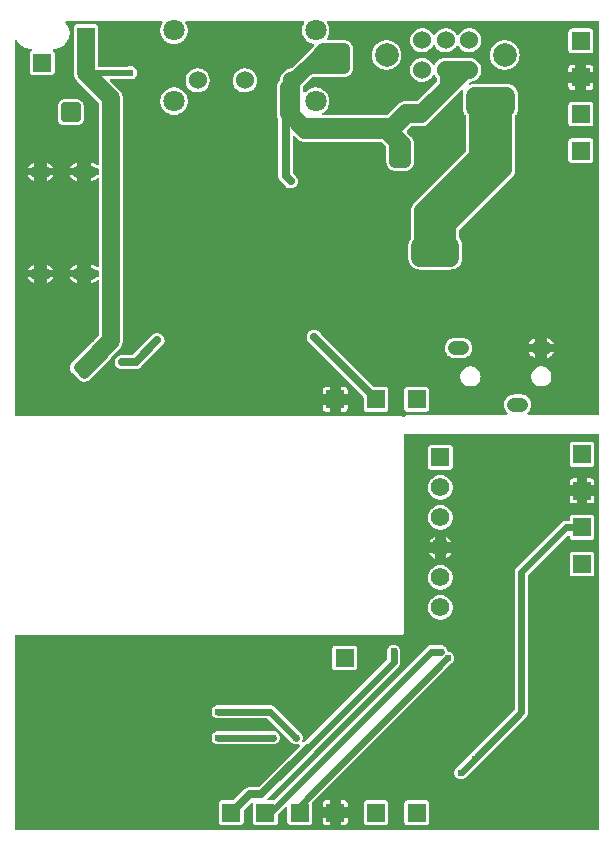
<source format=gbl>
G04 Layer: BottomLayer*
G04 EasyEDA v6.4.30, 2022-01-21 15:04:52*
G04 c46cb3ee090d4a1eb143410c139ed502,dc6f5eff9a9d40dcab93570daa8facdf,10*
G04 Gerber Generator version 0.2*
G04 Scale: 100 percent, Rotated: No, Reflected: No *
G04 Dimensions in millimeters *
G04 leading zeros omitted , absolute positions ,4 integer and 5 decimal *
%FSLAX45Y45*%
%MOMM*%

%ADD11C,1.0000*%
%ADD12C,1.2000*%
%ADD13C,0.8000*%
%ADD14C,0.7000*%
%ADD16C,0.5000*%
%ADD21C,2.0000*%
%ADD22C,1.5000*%
%ADD27C,0.6000*%
%ADD31C,0.6096*%
%ADD63R,1.5748X1.5748*%
%ADD64C,1.8000*%
%ADD65C,1.5240*%
%ADD66C,1.5748*%

%LPD*%
G36*
X4022598Y5618226D02*
G01*
X4018737Y5618530D01*
X4015232Y5620308D01*
X4012692Y5622290D01*
X4007307Y5624728D01*
X3999839Y5625896D01*
X736092Y5625846D01*
X732231Y5626608D01*
X728929Y5628843D01*
X726694Y5632145D01*
X725932Y5636006D01*
X726897Y8801049D01*
X727862Y8805418D01*
X730656Y8808923D01*
X734720Y8810904D01*
X739190Y8810955D01*
X743254Y8809075D01*
X746658Y8804554D01*
X754989Y8791854D01*
X764794Y8780170D01*
X775868Y8769756D01*
X788060Y8760663D01*
X801268Y8753043D01*
X815238Y8746998D01*
X829818Y8742629D01*
X844803Y8739987D01*
X862076Y8739073D01*
X866292Y8738158D01*
X869797Y8735568D01*
X871829Y8731758D01*
X872134Y8727440D01*
X870559Y8723376D01*
X867460Y8720328D01*
X865276Y8718956D01*
X861161Y8714841D01*
X858113Y8709964D01*
X856183Y8704478D01*
X855471Y8698179D01*
X855471Y8541816D01*
X856183Y8535517D01*
X858113Y8530031D01*
X861161Y8525154D01*
X865276Y8521039D01*
X870153Y8517991D01*
X875639Y8516061D01*
X881938Y8515350D01*
X1038301Y8515350D01*
X1044600Y8516061D01*
X1050086Y8517991D01*
X1054963Y8521039D01*
X1059078Y8525154D01*
X1062126Y8530031D01*
X1064056Y8535517D01*
X1064768Y8541816D01*
X1064768Y8698179D01*
X1064056Y8704478D01*
X1062126Y8709964D01*
X1059078Y8714841D01*
X1054963Y8718956D01*
X1052779Y8720328D01*
X1049680Y8723376D01*
X1048105Y8727440D01*
X1048410Y8731758D01*
X1050442Y8735568D01*
X1053947Y8738158D01*
X1058164Y8739073D01*
X1075182Y8739987D01*
X1090168Y8742629D01*
X1104747Y8746998D01*
X1118768Y8753043D01*
X1131925Y8760663D01*
X1144117Y8769756D01*
X1155192Y8780170D01*
X1164996Y8791854D01*
X1173378Y8804554D01*
X1180185Y8818168D01*
X1185418Y8832443D01*
X1188923Y8847277D01*
X1190650Y8862415D01*
X1190650Y8877604D01*
X1188923Y8892743D01*
X1185418Y8907526D01*
X1180185Y8921851D01*
X1173378Y8935466D01*
X1164996Y8948166D01*
X1157884Y8956598D01*
X1156055Y8959951D01*
X1155547Y8963761D01*
X1156462Y8967470D01*
X1158697Y8970518D01*
X1161948Y8972600D01*
X1165707Y8973312D01*
X1969262Y8973312D01*
X1973427Y8972397D01*
X1976882Y8969806D01*
X1978964Y8966047D01*
X1979320Y8961729D01*
X1977796Y8957716D01*
X1973427Y8950807D01*
X1967230Y8937650D01*
X1962759Y8923782D01*
X1960016Y8909507D01*
X1959102Y8894978D01*
X1960016Y8880449D01*
X1962759Y8866174D01*
X1967230Y8852306D01*
X1973427Y8839149D01*
X1981250Y8826855D01*
X1990496Y8815628D01*
X2001113Y8805672D01*
X2012899Y8797137D01*
X2025650Y8790127D01*
X2039162Y8784742D01*
X2053285Y8781135D01*
X2067712Y8779306D01*
X2082292Y8779306D01*
X2096719Y8781135D01*
X2110790Y8784742D01*
X2124354Y8790127D01*
X2137105Y8797137D01*
X2148840Y8805672D01*
X2159457Y8815628D01*
X2168753Y8826855D01*
X2176526Y8839149D01*
X2182723Y8852306D01*
X2187244Y8866174D01*
X2189988Y8880449D01*
X2190902Y8894978D01*
X2189988Y8909507D01*
X2187244Y8923782D01*
X2182723Y8937650D01*
X2176526Y8950807D01*
X2172157Y8957716D01*
X2170684Y8961729D01*
X2170988Y8966047D01*
X2173071Y8969806D01*
X2176526Y8972397D01*
X2180742Y8973312D01*
X3169259Y8973312D01*
X3173425Y8972397D01*
X3176879Y8969806D01*
X3178962Y8966047D01*
X3179318Y8961729D01*
X3177794Y8957716D01*
X3173425Y8950807D01*
X3167227Y8937650D01*
X3162757Y8923782D01*
X3160014Y8909507D01*
X3159099Y8894978D01*
X3160014Y8880449D01*
X3162757Y8866174D01*
X3167227Y8852306D01*
X3173425Y8839149D01*
X3181248Y8826855D01*
X3190494Y8815628D01*
X3201111Y8805672D01*
X3212896Y8797137D01*
X3225647Y8790127D01*
X3239160Y8784742D01*
X3253282Y8781135D01*
X3255365Y8780881D01*
X3259582Y8779357D01*
X3262731Y8776157D01*
X3264204Y8771890D01*
X3263646Y8767419D01*
X3261258Y8763609D01*
X3072180Y8574532D01*
X3069082Y8572398D01*
X3051302Y8569299D01*
X3038297Y8565235D01*
X3025952Y8559495D01*
X3014421Y8552180D01*
X3004007Y8543340D01*
X2994863Y8533231D01*
X2987141Y8522004D01*
X2980994Y8509812D01*
X2976524Y8496960D01*
X2973832Y8483600D01*
X2973527Y8479434D01*
X2972663Y8475929D01*
X2970631Y8472982D01*
X2964434Y8466683D01*
X2958795Y8459927D01*
X2957372Y8457895D01*
X2952800Y8450275D01*
X2951683Y8448090D01*
X2948279Y8439861D01*
X2947517Y8437524D01*
X2945384Y8428888D01*
X2944977Y8426500D01*
X2944114Y8417661D01*
X2944063Y8185150D01*
X2944317Y8179409D01*
X2945434Y8170875D01*
X2947517Y8162544D01*
X2949295Y8157311D01*
X2952902Y8149539D01*
X2957626Y8141716D01*
X2958693Y8139175D01*
X2959100Y8136432D01*
X2959100Y7661300D01*
X2959557Y7653274D01*
X2959862Y7651191D01*
X2962300Y7641437D01*
X2965348Y7634071D01*
X2966313Y7632192D01*
X2970530Y7625435D01*
X2977134Y7617714D01*
X3019602Y7575194D01*
X3027629Y7568438D01*
X3036265Y7563307D01*
X3045612Y7559649D01*
X3055467Y7557566D01*
X3065526Y7557160D01*
X3075482Y7558430D01*
X3085134Y7561275D01*
X3094177Y7565694D01*
X3102356Y7571536D01*
X3109468Y7578648D01*
X3115310Y7586827D01*
X3119678Y7595870D01*
X3122574Y7605471D01*
X3123793Y7615478D01*
X3123387Y7625537D01*
X3121355Y7635341D01*
X3117697Y7644739D01*
X3112516Y7653375D01*
X3105759Y7661351D01*
X3083864Y7683246D01*
X3081680Y7686548D01*
X3080867Y7690408D01*
X3080867Y7992160D01*
X3081680Y7996072D01*
X3083864Y7999374D01*
X3087166Y8001558D01*
X3091027Y8002320D01*
X3094939Y8001558D01*
X3098241Y7999374D01*
X3128213Y7969453D01*
X3137052Y7962392D01*
X3144672Y7957769D01*
X3155086Y7953298D01*
X3157423Y7952486D01*
X3166059Y7950352D01*
X3168497Y7949946D01*
X3177336Y7949133D01*
X3829354Y7949082D01*
X3833215Y7948320D01*
X3836517Y7946085D01*
X3871112Y7911541D01*
X3873296Y7908239D01*
X3874058Y7904327D01*
X3874058Y7780172D01*
X3874312Y7774330D01*
X3874922Y7768640D01*
X3875989Y7763103D01*
X3877462Y7757617D01*
X3879342Y7752232D01*
X3881577Y7747050D01*
X3884269Y7742021D01*
X3887266Y7737195D01*
X3890619Y7732674D01*
X3894328Y7728356D01*
X3898341Y7724343D01*
X3902659Y7720634D01*
X3907231Y7717281D01*
X3912006Y7714234D01*
X3917035Y7711592D01*
X3922268Y7709306D01*
X3927601Y7707477D01*
X3933088Y7705953D01*
X3938676Y7704937D01*
X3944315Y7704277D01*
X3950157Y7704074D01*
X4029811Y7704074D01*
X4035653Y7704277D01*
X4041292Y7704937D01*
X4046880Y7706004D01*
X4052366Y7707477D01*
X4057700Y7709306D01*
X4062933Y7711592D01*
X4067962Y7714234D01*
X4072737Y7717281D01*
X4077309Y7720634D01*
X4081627Y7724343D01*
X4085640Y7728356D01*
X4089349Y7732674D01*
X4092701Y7737246D01*
X4095699Y7742021D01*
X4098391Y7747050D01*
X4100626Y7752232D01*
X4102506Y7757617D01*
X4103979Y7763103D01*
X4105046Y7768691D01*
X4105656Y7774330D01*
X4105910Y7780172D01*
X4105910Y7939786D01*
X4105656Y7945577D01*
X4104538Y7954111D01*
X4102506Y7962442D01*
X4100677Y7967624D01*
X4097070Y7975447D01*
X4092651Y7982813D01*
X4089400Y7987233D01*
X4083456Y7993888D01*
X4048861Y8028482D01*
X4046677Y8031784D01*
X4045864Y8035645D01*
X4046677Y8039557D01*
X4048861Y8042859D01*
X4086148Y8080146D01*
X4089450Y8082330D01*
X4093311Y8083092D01*
X4176623Y8083143D01*
X4185513Y8083956D01*
X4196537Y8086547D01*
X4198874Y8087309D01*
X4207103Y8090712D01*
X4209288Y8091830D01*
X4216908Y8096402D01*
X4218940Y8097824D01*
X4225747Y8103514D01*
X4509262Y8386927D01*
X4513072Y8389315D01*
X4517542Y8389823D01*
X4521809Y8388350D01*
X4525010Y8385200D01*
X4526534Y8380933D01*
X4526076Y8376462D01*
X4522520Y8366048D01*
X4519980Y8353145D01*
X4519066Y8339632D01*
X4519066Y8240318D01*
X4519980Y8226806D01*
X4522520Y8213852D01*
X4526788Y8201355D01*
X4532630Y8189518D01*
X4539945Y8178546D01*
X4541570Y8176717D01*
X4543399Y8173567D01*
X4544060Y8170011D01*
X4544060Y7870647D01*
X4543298Y7866735D01*
X4541113Y7863433D01*
X4104487Y7426756D01*
X4098798Y7419898D01*
X4097375Y7417917D01*
X4092803Y7410297D01*
X4091686Y7408113D01*
X4088282Y7399883D01*
X4087520Y7397546D01*
X4085386Y7388910D01*
X4084980Y7386472D01*
X4084116Y7377633D01*
X4084065Y7139940D01*
X4083456Y7136333D01*
X4081576Y7133234D01*
X4079951Y7131405D01*
X4072636Y7120432D01*
X4066794Y7108596D01*
X4062526Y7096099D01*
X4059986Y7083145D01*
X4059072Y7069632D01*
X4059072Y6970318D01*
X4059986Y6956806D01*
X4062526Y6943852D01*
X4066794Y6931355D01*
X4072636Y6919518D01*
X4079951Y6908546D01*
X4088637Y6898640D01*
X4098594Y6889953D01*
X4109567Y6882638D01*
X4121404Y6876796D01*
X4133900Y6872528D01*
X4146804Y6869938D01*
X4160316Y6869074D01*
X4414672Y6869074D01*
X4428185Y6869938D01*
X4441088Y6872528D01*
X4453585Y6876796D01*
X4465421Y6882638D01*
X4476394Y6889953D01*
X4486351Y6898640D01*
X4495038Y6908546D01*
X4502353Y6919518D01*
X4508195Y6931355D01*
X4512462Y6943852D01*
X4515002Y6956806D01*
X4515916Y6970318D01*
X4515916Y7069632D01*
X4515002Y7083145D01*
X4512462Y7096099D01*
X4508195Y7108596D01*
X4502353Y7120432D01*
X4495038Y7131405D01*
X4493412Y7133234D01*
X4491532Y7136333D01*
X4490923Y7139940D01*
X4490923Y7199325D01*
X4491685Y7203236D01*
X4493869Y7206538D01*
X4945481Y7658201D01*
X4951171Y7665059D01*
X4952593Y7667040D01*
X4957165Y7674660D01*
X4958283Y7676845D01*
X4961686Y7685074D01*
X4962448Y7687411D01*
X4964582Y7696047D01*
X4964988Y7698486D01*
X4965852Y7707325D01*
X4965903Y8170011D01*
X4966563Y8173567D01*
X4968392Y8176717D01*
X4970018Y8178546D01*
X4977333Y8189518D01*
X4983175Y8201355D01*
X4987442Y8213852D01*
X4989982Y8226806D01*
X4990896Y8240318D01*
X4990896Y8339632D01*
X4989982Y8353145D01*
X4987442Y8366048D01*
X4983175Y8378545D01*
X4977333Y8390382D01*
X4970018Y8401354D01*
X4961331Y8411311D01*
X4951374Y8419998D01*
X4940401Y8427313D01*
X4928565Y8433155D01*
X4916119Y8437422D01*
X4903165Y8439962D01*
X4889652Y8440877D01*
X4620310Y8440877D01*
X4606798Y8439962D01*
X4593894Y8437422D01*
X4583480Y8433866D01*
X4579010Y8433409D01*
X4574743Y8434933D01*
X4571593Y8438134D01*
X4570120Y8442401D01*
X4570628Y8446871D01*
X4573016Y8450681D01*
X4577943Y8455609D01*
X4580788Y8457641D01*
X4584141Y8458555D01*
X4591964Y8459317D01*
X4605223Y8462518D01*
X4617974Y8467394D01*
X4629912Y8473948D01*
X4640884Y8482025D01*
X4650689Y8491524D01*
X4659172Y8502243D01*
X4666081Y8513978D01*
X4671415Y8526526D01*
X4675022Y8539683D01*
X4676851Y8553196D01*
X4676851Y8566810D01*
X4675022Y8580323D01*
X4671415Y8593480D01*
X4666081Y8606028D01*
X4659172Y8617762D01*
X4650689Y8628481D01*
X4640884Y8637930D01*
X4629912Y8646058D01*
X4617974Y8652611D01*
X4605223Y8657488D01*
X4591964Y8660638D01*
X4578400Y8662009D01*
X4564786Y8661552D01*
X4559960Y8660892D01*
X4390034Y8660892D01*
X4378401Y8662009D01*
X4364786Y8661552D01*
X4351324Y8659317D01*
X4338320Y8655253D01*
X4325924Y8649512D01*
X4314444Y8642197D01*
X4304030Y8633358D01*
X4294886Y8623249D01*
X4287164Y8612022D01*
X4284218Y8606180D01*
X4281474Y8602827D01*
X4277614Y8600897D01*
X4273296Y8600744D01*
X4269333Y8602421D01*
X4266387Y8605570D01*
X4259173Y8617762D01*
X4250690Y8628481D01*
X4240885Y8637930D01*
X4229912Y8646058D01*
X4217974Y8652611D01*
X4205224Y8657488D01*
X4191965Y8660638D01*
X4178401Y8662009D01*
X4164787Y8661552D01*
X4151325Y8659317D01*
X4138320Y8655253D01*
X4125925Y8649512D01*
X4114444Y8642197D01*
X4104030Y8633358D01*
X4094886Y8623249D01*
X4087164Y8612022D01*
X4081018Y8599830D01*
X4076547Y8586978D01*
X4073804Y8573617D01*
X4072890Y8560003D01*
X4073804Y8546388D01*
X4076547Y8533028D01*
X4081018Y8520125D01*
X4087164Y8507984D01*
X4094886Y8496706D01*
X4104030Y8486597D01*
X4114444Y8477808D01*
X4125925Y8470493D01*
X4138320Y8464753D01*
X4151325Y8460689D01*
X4164787Y8458403D01*
X4178401Y8457946D01*
X4191965Y8459317D01*
X4205224Y8462518D01*
X4217974Y8467394D01*
X4229912Y8473948D01*
X4240885Y8482025D01*
X4250690Y8491524D01*
X4259173Y8502243D01*
X4266387Y8514435D01*
X4269333Y8517585D01*
X4273296Y8519261D01*
X4277614Y8519109D01*
X4281474Y8517178D01*
X4284218Y8513826D01*
X4287164Y8507984D01*
X4294886Y8496706D01*
X4296359Y8495080D01*
X4298289Y8491931D01*
X4299000Y8488273D01*
X4299000Y8460587D01*
X4298238Y8456676D01*
X4296003Y8453374D01*
X4141470Y8298840D01*
X4138168Y8296605D01*
X4134256Y8295843D01*
X4029456Y8295792D01*
X4021277Y8294979D01*
X4018178Y8294420D01*
X4010253Y8292439D01*
X4007256Y8291423D01*
X3999687Y8288274D01*
X3996893Y8286851D01*
X3989882Y8282584D01*
X3987292Y8280755D01*
X3981043Y8275472D01*
X3885336Y8178342D01*
X3882898Y8176514D01*
X3880002Y8175447D01*
X3876954Y8175345D01*
X3869893Y8175904D01*
X3338017Y8175904D01*
X3333699Y8176869D01*
X3330194Y8179562D01*
X3328162Y8183524D01*
X3328060Y8187944D01*
X3329787Y8192008D01*
X3333140Y8194954D01*
X3337102Y8197138D01*
X3348837Y8205673D01*
X3359454Y8215630D01*
X3368751Y8226856D01*
X3376523Y8239150D01*
X3382721Y8252307D01*
X3387242Y8266175D01*
X3389985Y8280450D01*
X3390900Y8294979D01*
X3389985Y8309508D01*
X3387242Y8323783D01*
X3382721Y8337651D01*
X3376523Y8350808D01*
X3368751Y8363102D01*
X3359454Y8374329D01*
X3348837Y8384286D01*
X3337102Y8392820D01*
X3324351Y8399830D01*
X3310788Y8405215D01*
X3296716Y8408822D01*
X3282289Y8410651D01*
X3267710Y8410651D01*
X3253282Y8408822D01*
X3239160Y8405215D01*
X3225647Y8399830D01*
X3212896Y8392820D01*
X3201111Y8384286D01*
X3190494Y8374329D01*
X3188868Y8372348D01*
X3185668Y8369757D01*
X3181705Y8368690D01*
X3177641Y8369249D01*
X3174085Y8371433D01*
X3171748Y8374786D01*
X3170885Y8378850D01*
X3170885Y8414918D01*
X3171698Y8418830D01*
X3173882Y8422132D01*
X3247847Y8496096D01*
X3251149Y8498281D01*
X3255060Y8499094D01*
X3514801Y8499094D01*
X3520643Y8499297D01*
X3526282Y8499906D01*
X3531870Y8500973D01*
X3537356Y8502446D01*
X3542741Y8504326D01*
X3547922Y8506612D01*
X3552951Y8509254D01*
X3557727Y8512251D01*
X3562299Y8515654D01*
X3566617Y8519363D01*
X3570630Y8523376D01*
X3574338Y8527643D01*
X3577691Y8532215D01*
X3580739Y8537041D01*
X3583381Y8542070D01*
X3585667Y8547252D01*
X3587546Y8552637D01*
X3588969Y8558072D01*
X3590036Y8563660D01*
X3590696Y8569299D01*
X3590899Y8575192D01*
X3590899Y8734806D01*
X3590696Y8740648D01*
X3590036Y8746286D01*
X3588969Y8751874D01*
X3587546Y8757361D01*
X3585667Y8762695D01*
X3583381Y8767927D01*
X3580739Y8772956D01*
X3577691Y8777732D01*
X3574338Y8782304D01*
X3570630Y8786622D01*
X3566617Y8790635D01*
X3562299Y8794343D01*
X3557727Y8797696D01*
X3552951Y8800693D01*
X3547922Y8803386D01*
X3542741Y8805621D01*
X3537356Y8807500D01*
X3531870Y8808974D01*
X3526282Y8810040D01*
X3520643Y8810650D01*
X3514801Y8810904D01*
X3377082Y8810904D01*
X3372865Y8811818D01*
X3369411Y8814358D01*
X3367328Y8818168D01*
X3367024Y8822436D01*
X3368497Y8826500D01*
X3376523Y8839149D01*
X3382721Y8852306D01*
X3387242Y8866174D01*
X3389985Y8880449D01*
X3390900Y8894978D01*
X3389985Y8909507D01*
X3387242Y8923782D01*
X3382721Y8937650D01*
X3376523Y8950807D01*
X3372154Y8957716D01*
X3370681Y8961729D01*
X3370986Y8966047D01*
X3373069Y8969806D01*
X3376523Y8972397D01*
X3380740Y8973312D01*
X5663742Y8973312D01*
X5667603Y8972550D01*
X5670905Y8970314D01*
X5673090Y8967063D01*
X5673902Y8963152D01*
X5674106Y8761222D01*
X5674106Y5648858D01*
X5673394Y5645200D01*
X5671413Y5642000D01*
X5668365Y5639714D01*
X5664758Y5638749D01*
X5660999Y5639155D01*
X5657951Y5640070D01*
X5649518Y5640882D01*
X5076139Y5640882D01*
X5072024Y5641797D01*
X5068620Y5644235D01*
X5066487Y5647842D01*
X5066030Y5652058D01*
X5067300Y5656021D01*
X5079898Y5668772D01*
X5087264Y5678576D01*
X5093106Y5689295D01*
X5097373Y5700776D01*
X5100015Y5712764D01*
X5100878Y5725007D01*
X5100015Y5737199D01*
X5097373Y5749188D01*
X5093106Y5760669D01*
X5087264Y5771438D01*
X5079898Y5781243D01*
X5071211Y5789879D01*
X5061407Y5797245D01*
X5050688Y5803087D01*
X5039207Y5807405D01*
X5027218Y5809996D01*
X5014620Y5810910D01*
X4955336Y5810910D01*
X4942789Y5809996D01*
X4930800Y5807405D01*
X4919319Y5803087D01*
X4908550Y5797245D01*
X4898745Y5789879D01*
X4890109Y5781243D01*
X4882743Y5771438D01*
X4876850Y5760669D01*
X4872583Y5749188D01*
X4869992Y5737199D01*
X4869129Y5725007D01*
X4869992Y5712764D01*
X4872583Y5700776D01*
X4876850Y5689295D01*
X4882743Y5678576D01*
X4890109Y5668772D01*
X4902708Y5656021D01*
X4903978Y5652058D01*
X4903470Y5647842D01*
X4901387Y5644235D01*
X4897932Y5641797D01*
X4893868Y5640882D01*
X4064508Y5640882D01*
X4056024Y5640070D01*
X4048353Y5637733D01*
X4041292Y5633974D01*
X4035094Y5628894D01*
X4029354Y5621883D01*
X4026357Y5619394D01*
G37*

%LPC*%
G36*
X3706926Y5665216D02*
G01*
X3863289Y5665216D01*
X3869588Y5665927D01*
X3875074Y5667857D01*
X3879951Y5670905D01*
X3884066Y5675020D01*
X3887114Y5679897D01*
X3889044Y5685383D01*
X3889756Y5691682D01*
X3889756Y5848045D01*
X3889044Y5854344D01*
X3887114Y5859830D01*
X3884066Y5864707D01*
X3879951Y5868822D01*
X3875074Y5871870D01*
X3869588Y5873800D01*
X3863289Y5874512D01*
X3770833Y5874512D01*
X3766921Y5875274D01*
X3763619Y5877509D01*
X3315970Y6325158D01*
X3308045Y6337401D01*
X3301237Y6344767D01*
X3293313Y6350965D01*
X3284423Y6355740D01*
X3274923Y6358991D01*
X3265017Y6360668D01*
X3254959Y6360668D01*
X3245053Y6358991D01*
X3235553Y6355740D01*
X3226714Y6350965D01*
X3218789Y6344767D01*
X3211931Y6337401D01*
X3206445Y6328968D01*
X3202432Y6319774D01*
X3199942Y6310020D01*
X3199079Y6299555D01*
X3199079Y6295288D01*
X3199587Y6287262D01*
X3199892Y6285179D01*
X3201670Y6277406D01*
X3205378Y6268059D01*
X3206343Y6266180D01*
X3211779Y6257747D01*
X3217164Y6251702D01*
X3677462Y5791352D01*
X3679698Y5788050D01*
X3680460Y5784189D01*
X3680460Y5691682D01*
X3681171Y5685383D01*
X3683101Y5679897D01*
X3686149Y5675020D01*
X3690264Y5670905D01*
X3695141Y5667857D01*
X3700627Y5665927D01*
G37*
G36*
X3485692Y5665317D02*
G01*
X3518154Y5665317D01*
X3524504Y5666028D01*
X3529939Y5667959D01*
X3534867Y5671058D01*
X3538931Y5675122D01*
X3542029Y5680049D01*
X3543909Y5685485D01*
X3544620Y5691835D01*
X3544620Y5724245D01*
X3485692Y5724245D01*
G37*
G36*
X3361842Y5665317D02*
G01*
X3394252Y5665317D01*
X3394252Y5724245D01*
X3335324Y5724245D01*
X3335324Y5691835D01*
X3336036Y5685485D01*
X3337966Y5680049D01*
X3341065Y5675122D01*
X3345129Y5671058D01*
X3350056Y5667959D01*
X3355492Y5666028D01*
G37*
G36*
X4051808Y5665317D02*
G01*
X4208170Y5665317D01*
X4214469Y5666028D01*
X4219956Y5667959D01*
X4224832Y5671058D01*
X4228947Y5675122D01*
X4231995Y5680049D01*
X4233926Y5685485D01*
X4234637Y5691835D01*
X4234637Y5848146D01*
X4233926Y5854496D01*
X4231995Y5859932D01*
X4228947Y5864860D01*
X4224832Y5868924D01*
X4219956Y5872022D01*
X4214469Y5873902D01*
X4208170Y5874613D01*
X4051808Y5874613D01*
X4045508Y5873902D01*
X4040022Y5872022D01*
X4035145Y5868924D01*
X4031030Y5864860D01*
X4027982Y5859932D01*
X4026052Y5854496D01*
X4025341Y5848146D01*
X4025341Y5691835D01*
X4026052Y5685485D01*
X4027982Y5680049D01*
X4031030Y5675122D01*
X4035145Y5671058D01*
X4040022Y5667959D01*
X4045508Y5666028D01*
G37*
G36*
X3485692Y5815685D02*
G01*
X3544620Y5815685D01*
X3544620Y5848146D01*
X3543909Y5854496D01*
X3542029Y5859932D01*
X3538931Y5864860D01*
X3534867Y5868924D01*
X3529939Y5872022D01*
X3524504Y5873902D01*
X3518154Y5874613D01*
X3485692Y5874613D01*
G37*
G36*
X3335324Y5815685D02*
G01*
X3394252Y5815685D01*
X3394252Y5874613D01*
X3361842Y5874613D01*
X3355492Y5873902D01*
X3350056Y5872022D01*
X3345129Y5868924D01*
X3341065Y5864860D01*
X3337966Y5859932D01*
X3336036Y5854496D01*
X3335324Y5848146D01*
G37*
G36*
X5185003Y5879084D02*
G01*
X5197246Y5879998D01*
X5209184Y5882589D01*
X5220665Y5886856D01*
X5231434Y5892749D01*
X5241239Y5900064D01*
X5249926Y5908751D01*
X5257241Y5918555D01*
X5263134Y5929325D01*
X5267401Y5940806D01*
X5269992Y5952744D01*
X5270906Y5964986D01*
X5269992Y5977229D01*
X5267401Y5989167D01*
X5263134Y6000648D01*
X5257241Y6011418D01*
X5249926Y6021222D01*
X5241239Y6029909D01*
X5231434Y6037224D01*
X5220665Y6043117D01*
X5209184Y6047384D01*
X5197246Y6049975D01*
X5185003Y6050889D01*
X5172760Y6049975D01*
X5160822Y6047384D01*
X5149342Y6043117D01*
X5138572Y6037224D01*
X5128768Y6029909D01*
X5120081Y6021222D01*
X5112766Y6011418D01*
X5106873Y6000648D01*
X5102606Y5989167D01*
X5100015Y5977229D01*
X5099100Y5964986D01*
X5100015Y5952744D01*
X5102606Y5940806D01*
X5106873Y5929325D01*
X5112766Y5918555D01*
X5120081Y5908751D01*
X5128768Y5900064D01*
X5138572Y5892749D01*
X5149342Y5886856D01*
X5160822Y5882589D01*
X5172760Y5879998D01*
G37*
G36*
X4585004Y5879084D02*
G01*
X4597247Y5879998D01*
X4609185Y5882589D01*
X4620666Y5886856D01*
X4631436Y5892749D01*
X4641240Y5900064D01*
X4649927Y5908751D01*
X4657242Y5918555D01*
X4663135Y5929325D01*
X4667402Y5940806D01*
X4669993Y5952744D01*
X4670907Y5964986D01*
X4669993Y5977229D01*
X4667402Y5989167D01*
X4663135Y6000648D01*
X4657242Y6011418D01*
X4649927Y6021222D01*
X4641240Y6029909D01*
X4631436Y6037224D01*
X4620666Y6043117D01*
X4609185Y6047384D01*
X4597247Y6049975D01*
X4585004Y6050889D01*
X4572762Y6049975D01*
X4560824Y6047384D01*
X4549343Y6043117D01*
X4538573Y6037224D01*
X4528769Y6029909D01*
X4520082Y6021222D01*
X4512767Y6011418D01*
X4506874Y6000648D01*
X4502607Y5989167D01*
X4500016Y5977229D01*
X4499102Y5964986D01*
X4500016Y5952744D01*
X4502607Y5940806D01*
X4506874Y5929325D01*
X4512767Y5918555D01*
X4520082Y5908751D01*
X4528769Y5900064D01*
X4538573Y5892749D01*
X4549343Y5886856D01*
X4560824Y5882589D01*
X4572762Y5879998D01*
G37*
G36*
X1315008Y5919114D02*
G01*
X1325321Y5919927D01*
X1335379Y5922314D01*
X1344930Y5926277D01*
X1353718Y5931712D01*
X1361897Y5938672D01*
X1526286Y6103061D01*
X1533296Y6111240D01*
X1538732Y6120130D01*
X1540205Y6122009D01*
X1611376Y6193637D01*
X1620012Y6203543D01*
X1627378Y6214567D01*
X1633220Y6226403D01*
X1637436Y6238849D01*
X1640027Y6251803D01*
X1640890Y6265316D01*
X1640890Y8319668D01*
X1640027Y8333130D01*
X1637436Y8346084D01*
X1633220Y8358581D01*
X1627378Y8370417D01*
X1620012Y8381390D01*
X1611122Y8391550D01*
X1535938Y8466734D01*
X1533753Y8470036D01*
X1532991Y8473897D01*
X1533753Y8477808D01*
X1535938Y8481110D01*
X1539240Y8483295D01*
X1543151Y8484057D01*
X1679092Y8484057D01*
X1683410Y8483142D01*
X1685747Y8482025D01*
X1695196Y8479485D01*
X1705000Y8478621D01*
X1714804Y8479485D01*
X1724253Y8482025D01*
X1733194Y8486190D01*
X1741220Y8491829D01*
X1748180Y8498738D01*
X1753819Y8506815D01*
X1757934Y8515705D01*
X1760474Y8525205D01*
X1761337Y8534958D01*
X1760474Y8544763D01*
X1757934Y8554262D01*
X1753819Y8563152D01*
X1748180Y8571230D01*
X1741220Y8578138D01*
X1733194Y8583777D01*
X1724253Y8587943D01*
X1714804Y8590483D01*
X1705000Y8591346D01*
X1695196Y8590483D01*
X1685747Y8587943D01*
X1683359Y8586825D01*
X1679092Y8585911D01*
X1441043Y8585911D01*
X1437182Y8586673D01*
X1433880Y8588857D01*
X1431696Y8592159D01*
X1430883Y8596071D01*
X1430883Y8745372D01*
X1431493Y8748776D01*
X1433880Y8755481D01*
X1434592Y8761780D01*
X1434592Y8918143D01*
X1433880Y8924442D01*
X1431950Y8929928D01*
X1428902Y8934805D01*
X1424787Y8938920D01*
X1419910Y8941968D01*
X1414424Y8943898D01*
X1408125Y8944610D01*
X1251762Y8944610D01*
X1245463Y8943898D01*
X1239977Y8941968D01*
X1235100Y8938920D01*
X1230985Y8934805D01*
X1227937Y8929928D01*
X1226007Y8924442D01*
X1225296Y8918143D01*
X1225296Y8761780D01*
X1226007Y8755532D01*
X1228496Y8748674D01*
X1229106Y8745220D01*
X1229106Y8530336D01*
X1229969Y8516823D01*
X1232560Y8503869D01*
X1236776Y8491372D01*
X1242618Y8479536D01*
X1249934Y8468563D01*
X1258874Y8458403D01*
X1436116Y8281162D01*
X1438300Y8277859D01*
X1439113Y8273999D01*
X1439113Y7759649D01*
X1438402Y7755940D01*
X1436370Y7752740D01*
X1433322Y7750505D01*
X1429664Y7749540D01*
X1425905Y7749946D01*
X1422552Y7751775D01*
X1412697Y7759700D01*
X1402943Y7765338D01*
X1392377Y7769504D01*
X1381302Y7771993D01*
X1373835Y7772552D01*
X1373835Y7728356D01*
X1428953Y7728356D01*
X1432814Y7727543D01*
X1436116Y7725359D01*
X1438300Y7722057D01*
X1439113Y7718196D01*
X1439113Y7675778D01*
X1438300Y7671917D01*
X1436116Y7668615D01*
X1432814Y7666431D01*
X1428953Y7665618D01*
X1373835Y7665618D01*
X1373835Y7621371D01*
X1381302Y7621930D01*
X1392377Y7624470D01*
X1402943Y7628636D01*
X1412697Y7634274D01*
X1422552Y7642199D01*
X1425905Y7644028D01*
X1429664Y7644434D01*
X1433322Y7643469D01*
X1436370Y7641234D01*
X1438402Y7638034D01*
X1439113Y7634325D01*
X1439113Y6895642D01*
X1438402Y6891934D01*
X1436370Y6888734D01*
X1433322Y6886498D01*
X1429664Y6885533D01*
X1425905Y6885990D01*
X1422552Y6887768D01*
X1412697Y6895693D01*
X1402943Y6901332D01*
X1392377Y6905498D01*
X1381302Y6908038D01*
X1373835Y6908596D01*
X1373835Y6864350D01*
X1428953Y6864350D01*
X1432814Y6863588D01*
X1436116Y6861352D01*
X1438300Y6858050D01*
X1439113Y6854190D01*
X1439113Y6811822D01*
X1438300Y6807911D01*
X1436116Y6804609D01*
X1432814Y6802424D01*
X1428953Y6801662D01*
X1373835Y6801662D01*
X1373835Y6757416D01*
X1381302Y6757974D01*
X1392377Y6760464D01*
X1402943Y6764629D01*
X1412697Y6770268D01*
X1422552Y6778244D01*
X1425905Y6780022D01*
X1429664Y6780428D01*
X1433322Y6779463D01*
X1436370Y6777228D01*
X1438402Y6774027D01*
X1439113Y6770319D01*
X1439113Y6310782D01*
X1438300Y6306921D01*
X1436116Y6303619D01*
X1398879Y6266129D01*
X1386230Y6258255D01*
X1378051Y6251295D01*
X1213713Y6086906D01*
X1206703Y6078728D01*
X1201318Y6069888D01*
X1197356Y6060338D01*
X1194917Y6050280D01*
X1194104Y6039967D01*
X1194917Y6029706D01*
X1197356Y6019647D01*
X1201318Y6010097D01*
X1206703Y6001258D01*
X1213662Y5993079D01*
X1268120Y5938672D01*
X1276299Y5931712D01*
X1285087Y5926277D01*
X1294638Y5922314D01*
X1304696Y5919927D01*
G37*
G36*
X1635404Y6024067D02*
G01*
X1749704Y6024067D01*
X1757730Y6024575D01*
X1759813Y6024880D01*
X1767586Y6026658D01*
X1776933Y6030366D01*
X1778812Y6031331D01*
X1785569Y6035548D01*
X1793290Y6042152D01*
X1977745Y6226606D01*
X1984552Y6234633D01*
X1989683Y6243269D01*
X1993341Y6252616D01*
X1995424Y6262471D01*
X1995830Y6272479D01*
X1994560Y6282486D01*
X1991715Y6292138D01*
X1987296Y6301130D01*
X1981454Y6309309D01*
X1974342Y6316421D01*
X1966163Y6322263D01*
X1957120Y6326682D01*
X1947468Y6329578D01*
X1937512Y6330797D01*
X1927453Y6330391D01*
X1917649Y6328308D01*
X1908251Y6324650D01*
X1899615Y6319520D01*
X1891639Y6312763D01*
X1727758Y6148882D01*
X1724456Y6146647D01*
X1720545Y6145885D01*
X1635404Y6145885D01*
X1624990Y6145022D01*
X1615236Y6142583D01*
X1606042Y6138519D01*
X1597609Y6133033D01*
X1590192Y6126226D01*
X1584045Y6118301D01*
X1579270Y6109462D01*
X1575968Y6099911D01*
X1574342Y6090005D01*
X1574342Y6079947D01*
X1575968Y6070041D01*
X1579270Y6060541D01*
X1584045Y6051702D01*
X1590192Y6043777D01*
X1597609Y6036970D01*
X1606042Y6031433D01*
X1615236Y6027420D01*
X1624990Y6024930D01*
G37*
G36*
X4455363Y6119063D02*
G01*
X4514646Y6119063D01*
X4527194Y6119977D01*
X4539183Y6122568D01*
X4550664Y6126886D01*
X4561433Y6132728D01*
X4571238Y6140094D01*
X4579874Y6148730D01*
X4587240Y6158534D01*
X4593132Y6169304D01*
X4597400Y6180785D01*
X4599990Y6192774D01*
X4600854Y6204966D01*
X4599990Y6217208D01*
X4597400Y6229197D01*
X4593132Y6240678D01*
X4587240Y6251397D01*
X4579874Y6261252D01*
X4571238Y6269888D01*
X4561433Y6277254D01*
X4550664Y6283096D01*
X4539183Y6287414D01*
X4527194Y6290005D01*
X4514646Y6290919D01*
X4455363Y6290919D01*
X4442764Y6290005D01*
X4430776Y6287414D01*
X4419295Y6283096D01*
X4408576Y6277254D01*
X4398772Y6269888D01*
X4390085Y6261252D01*
X4382719Y6251397D01*
X4376877Y6240678D01*
X4372610Y6229197D01*
X4369968Y6217208D01*
X4369104Y6204966D01*
X4369968Y6192774D01*
X4372610Y6180785D01*
X4376877Y6169304D01*
X4382719Y6158534D01*
X4390085Y6148730D01*
X4398772Y6140094D01*
X4408576Y6132728D01*
X4419295Y6126886D01*
X4430776Y6122568D01*
X4442764Y6119977D01*
G37*
G36*
X5236362Y6121958D02*
G01*
X5239207Y6122568D01*
X5250688Y6126886D01*
X5261406Y6132728D01*
X5271211Y6140094D01*
X5279898Y6148730D01*
X5287264Y6158534D01*
X5292750Y6168644D01*
X5236362Y6168644D01*
G37*
G36*
X5133644Y6121958D02*
G01*
X5133644Y6168644D01*
X5077256Y6168644D01*
X5082743Y6158534D01*
X5090109Y6148730D01*
X5098745Y6140094D01*
X5108549Y6132728D01*
X5119319Y6126886D01*
X5130800Y6122568D01*
G37*
G36*
X5077256Y6241338D02*
G01*
X5133644Y6241338D01*
X5133644Y6288024D01*
X5130800Y6287414D01*
X5119319Y6283096D01*
X5108549Y6277254D01*
X5098745Y6269888D01*
X5090109Y6261252D01*
X5082743Y6251397D01*
G37*
G36*
X5236362Y6241338D02*
G01*
X5292750Y6241338D01*
X5287264Y6251397D01*
X5279898Y6261252D01*
X5271211Y6269888D01*
X5261406Y6277254D01*
X5250688Y6283096D01*
X5239207Y6287414D01*
X5236362Y6288024D01*
G37*
G36*
X1256131Y6757416D02*
G01*
X1256131Y6801662D01*
X1191107Y6801662D01*
X1194308Y6795058D01*
X1200658Y6785660D01*
X1208379Y6777380D01*
X1217269Y6770319D01*
X1227074Y6764629D01*
X1237640Y6760464D01*
X1248664Y6757974D01*
G37*
G36*
X996340Y6757974D02*
G01*
X1007364Y6760464D01*
X1017930Y6764629D01*
X1027734Y6770319D01*
X1036624Y6777380D01*
X1044346Y6785660D01*
X1050696Y6795058D01*
X1053896Y6801662D01*
X996340Y6801662D01*
G37*
G36*
X893622Y6757974D02*
G01*
X893622Y6801662D01*
X836117Y6801662D01*
X839266Y6795058D01*
X845667Y6785660D01*
X853389Y6777380D01*
X862228Y6770319D01*
X872083Y6764629D01*
X882650Y6760464D01*
G37*
G36*
X836117Y6864350D02*
G01*
X893622Y6864350D01*
X893622Y6907987D01*
X882650Y6905498D01*
X872083Y6901332D01*
X862228Y6895693D01*
X853389Y6888632D01*
X845667Y6880301D01*
X839266Y6870903D01*
G37*
G36*
X996340Y6864350D02*
G01*
X1053896Y6864350D01*
X1050696Y6870903D01*
X1044346Y6880301D01*
X1036624Y6888632D01*
X1027734Y6895693D01*
X1017930Y6901332D01*
X1007364Y6905498D01*
X996340Y6907987D01*
G37*
G36*
X1191107Y6864350D02*
G01*
X1256131Y6864350D01*
X1256131Y6908596D01*
X1248664Y6908038D01*
X1237640Y6905498D01*
X1227074Y6901332D01*
X1217269Y6895693D01*
X1208379Y6888632D01*
X1200658Y6880301D01*
X1194308Y6870903D01*
G37*
G36*
X1256131Y7621371D02*
G01*
X1256131Y7665618D01*
X1191107Y7665618D01*
X1194308Y7659065D01*
X1200658Y7649667D01*
X1208379Y7641336D01*
X1217269Y7634274D01*
X1227074Y7628636D01*
X1237640Y7624470D01*
X1248664Y7621930D01*
G37*
G36*
X996340Y7621981D02*
G01*
X1007364Y7624470D01*
X1017930Y7628636D01*
X1027734Y7634274D01*
X1036624Y7641336D01*
X1044346Y7649667D01*
X1050696Y7659065D01*
X1053896Y7665618D01*
X996340Y7665618D01*
G37*
G36*
X893622Y7621981D02*
G01*
X893622Y7665618D01*
X836117Y7665618D01*
X839266Y7659065D01*
X845667Y7649667D01*
X853389Y7641336D01*
X862228Y7634274D01*
X872083Y7628636D01*
X882650Y7624470D01*
G37*
G36*
X996340Y7728356D02*
G01*
X1053896Y7728356D01*
X1050696Y7734909D01*
X1044346Y7744307D01*
X1036624Y7752588D01*
X1027734Y7759700D01*
X1017930Y7765338D01*
X1007364Y7769504D01*
X996340Y7771993D01*
G37*
G36*
X836117Y7728356D02*
G01*
X893622Y7728356D01*
X893622Y7771993D01*
X882650Y7769504D01*
X872083Y7765338D01*
X862228Y7759700D01*
X853389Y7752588D01*
X845667Y7744307D01*
X839266Y7734909D01*
G37*
G36*
X1191107Y7728356D02*
G01*
X1256131Y7728356D01*
X1256131Y7772552D01*
X1248664Y7771993D01*
X1237640Y7769504D01*
X1227074Y7765338D01*
X1217269Y7759700D01*
X1208379Y7752588D01*
X1200658Y7744307D01*
X1194308Y7734909D01*
G37*
G36*
X5441797Y7770317D02*
G01*
X5598160Y7770317D01*
X5604459Y7771028D01*
X5609945Y7772958D01*
X5614822Y7776057D01*
X5618937Y7780121D01*
X5622036Y7785049D01*
X5623915Y7790484D01*
X5624626Y7796834D01*
X5624626Y7953146D01*
X5623915Y7959496D01*
X5622036Y7964931D01*
X5618937Y7969859D01*
X5614822Y7973923D01*
X5609945Y7977022D01*
X5604459Y7978902D01*
X5598160Y7979613D01*
X5441797Y7979613D01*
X5435498Y7978902D01*
X5430012Y7977022D01*
X5425135Y7973923D01*
X5421020Y7969859D01*
X5417972Y7964931D01*
X5416042Y7959496D01*
X5415330Y7953146D01*
X5415330Y7796834D01*
X5416042Y7790484D01*
X5417972Y7785049D01*
X5421020Y7780121D01*
X5425135Y7776057D01*
X5430012Y7772958D01*
X5435498Y7771028D01*
G37*
G36*
X5441797Y8080349D02*
G01*
X5598160Y8080349D01*
X5604459Y8081060D01*
X5609945Y8082940D01*
X5614822Y8086039D01*
X5618937Y8090153D01*
X5622036Y8095030D01*
X5623915Y8100517D01*
X5624626Y8106816D01*
X5624626Y8263178D01*
X5623915Y8269478D01*
X5622036Y8274913D01*
X5618937Y8279841D01*
X5614822Y8283905D01*
X5609945Y8287003D01*
X5604459Y8288934D01*
X5598160Y8289645D01*
X5441797Y8289645D01*
X5435498Y8288934D01*
X5430012Y8287003D01*
X5425135Y8283905D01*
X5421020Y8279841D01*
X5417972Y8274913D01*
X5416042Y8269478D01*
X5415330Y8263178D01*
X5415330Y8106816D01*
X5416042Y8100517D01*
X5417972Y8095030D01*
X5421020Y8090153D01*
X5425135Y8086039D01*
X5430012Y8082940D01*
X5435498Y8081060D01*
G37*
G36*
X1150213Y8089087D02*
G01*
X1252270Y8089138D01*
X1260094Y8089950D01*
X1264818Y8090916D01*
X1272133Y8093252D01*
X1279042Y8096503D01*
X1283208Y8098942D01*
X1289354Y8103514D01*
X1294841Y8108848D01*
X1297990Y8112506D01*
X1302308Y8118805D01*
X1305814Y8125612D01*
X1307541Y8130133D01*
X1309573Y8137499D01*
X1310690Y8145068D01*
X1310894Y8150199D01*
X1310843Y8252307D01*
X1310030Y8260130D01*
X1309065Y8264855D01*
X1306728Y8272119D01*
X1303477Y8279079D01*
X1301038Y8283194D01*
X1296466Y8289340D01*
X1291132Y8294878D01*
X1287475Y8297976D01*
X1281176Y8302294D01*
X1274368Y8305800D01*
X1269847Y8307578D01*
X1262481Y8309609D01*
X1254912Y8310676D01*
X1249781Y8310880D01*
X1147673Y8310829D01*
X1139850Y8310067D01*
X1135126Y8309051D01*
X1127861Y8306714D01*
X1120902Y8303514D01*
X1116787Y8301024D01*
X1110640Y8296452D01*
X1105103Y8291169D01*
X1102004Y8287461D01*
X1097686Y8281162D01*
X1094181Y8274354D01*
X1092403Y8269884D01*
X1090371Y8262467D01*
X1089304Y8254898D01*
X1089101Y8249767D01*
X1089152Y8147710D01*
X1089914Y8139887D01*
X1090930Y8135162D01*
X1093266Y8127847D01*
X1096467Y8120938D01*
X1098956Y8116773D01*
X1103528Y8110626D01*
X1108811Y8105140D01*
X1112520Y8101990D01*
X1118819Y8097672D01*
X1125626Y8094167D01*
X1130096Y8092440D01*
X1137513Y8090408D01*
X1145082Y8089290D01*
G37*
G36*
X2067712Y8179308D02*
G01*
X2082292Y8179308D01*
X2096719Y8181136D01*
X2110790Y8184743D01*
X2124354Y8190128D01*
X2137105Y8197138D01*
X2148840Y8205673D01*
X2159457Y8215630D01*
X2168753Y8226856D01*
X2176526Y8239150D01*
X2182723Y8252307D01*
X2187244Y8266175D01*
X2189988Y8280450D01*
X2190902Y8294979D01*
X2189988Y8309508D01*
X2187244Y8323783D01*
X2182723Y8337651D01*
X2176526Y8350808D01*
X2168753Y8363102D01*
X2159457Y8374329D01*
X2148840Y8384286D01*
X2137105Y8392820D01*
X2124354Y8399830D01*
X2110790Y8405215D01*
X2096719Y8408822D01*
X2082292Y8410651D01*
X2067712Y8410651D01*
X2053285Y8408822D01*
X2039162Y8405215D01*
X2025650Y8399830D01*
X2012899Y8392820D01*
X2001113Y8384286D01*
X1990496Y8374329D01*
X1981250Y8363102D01*
X1973427Y8350808D01*
X1967230Y8337651D01*
X1962759Y8323783D01*
X1960016Y8309508D01*
X1959102Y8294979D01*
X1960016Y8280450D01*
X1962759Y8266175D01*
X1967230Y8252307D01*
X1973427Y8239150D01*
X1981250Y8226856D01*
X1990496Y8215630D01*
X2001113Y8205673D01*
X2012899Y8197138D01*
X2025650Y8190128D01*
X2039162Y8184743D01*
X2053285Y8181136D01*
G37*
G36*
X2678379Y8367979D02*
G01*
X2691993Y8369300D01*
X2705252Y8372500D01*
X2717952Y8377377D01*
X2729941Y8383930D01*
X2740914Y8392007D01*
X2750718Y8401507D01*
X2759151Y8412226D01*
X2766110Y8423960D01*
X2771444Y8436508D01*
X2775051Y8449665D01*
X2776829Y8463178D01*
X2776829Y8476792D01*
X2775051Y8490305D01*
X2771444Y8503462D01*
X2766110Y8516010D01*
X2759151Y8527745D01*
X2750718Y8538464D01*
X2740914Y8547963D01*
X2729941Y8556040D01*
X2717952Y8562594D01*
X2705252Y8567470D01*
X2691993Y8570671D01*
X2678379Y8571992D01*
X2664764Y8571534D01*
X2651302Y8569299D01*
X2638298Y8565235D01*
X2625953Y8559495D01*
X2614422Y8552180D01*
X2604008Y8543340D01*
X2594864Y8533231D01*
X2587142Y8522004D01*
X2580995Y8509812D01*
X2576525Y8496960D01*
X2573832Y8483600D01*
X2572918Y8469985D01*
X2573832Y8456371D01*
X2576525Y8443010D01*
X2580995Y8430107D01*
X2587142Y8417966D01*
X2594864Y8406739D01*
X2604008Y8396579D01*
X2614422Y8387791D01*
X2625953Y8380475D01*
X2638298Y8374735D01*
X2651302Y8370671D01*
X2664764Y8368385D01*
G37*
G36*
X2278430Y8367979D02*
G01*
X2291994Y8369300D01*
X2305253Y8372500D01*
X2317953Y8377377D01*
X2329942Y8383930D01*
X2340914Y8392007D01*
X2350719Y8401507D01*
X2359152Y8412226D01*
X2366111Y8423960D01*
X2371445Y8436508D01*
X2375052Y8449665D01*
X2376830Y8463178D01*
X2376830Y8476792D01*
X2375052Y8490305D01*
X2371445Y8503462D01*
X2366111Y8516010D01*
X2359152Y8527745D01*
X2350719Y8538464D01*
X2340914Y8547963D01*
X2329942Y8556040D01*
X2317953Y8562594D01*
X2305253Y8567470D01*
X2291994Y8570671D01*
X2278430Y8571992D01*
X2264765Y8571534D01*
X2251303Y8569299D01*
X2238298Y8565235D01*
X2225954Y8559495D01*
X2214422Y8552180D01*
X2204008Y8543340D01*
X2194864Y8533231D01*
X2187143Y8522004D01*
X2180996Y8509812D01*
X2176526Y8496960D01*
X2173833Y8483600D01*
X2172919Y8469985D01*
X2173833Y8456371D01*
X2176526Y8443010D01*
X2180996Y8430107D01*
X2187143Y8417966D01*
X2194864Y8406739D01*
X2204008Y8396579D01*
X2214422Y8387791D01*
X2225954Y8380475D01*
X2238298Y8374735D01*
X2251303Y8370671D01*
X2264765Y8368385D01*
G37*
G36*
X5441797Y8390331D02*
G01*
X5474258Y8390331D01*
X5474258Y8449259D01*
X5415330Y8449259D01*
X5415330Y8416798D01*
X5416042Y8410498D01*
X5417972Y8405012D01*
X5421020Y8400135D01*
X5425135Y8396020D01*
X5430012Y8392972D01*
X5435498Y8391042D01*
G37*
G36*
X5565698Y8390331D02*
G01*
X5598160Y8390331D01*
X5604459Y8391042D01*
X5609945Y8392972D01*
X5614822Y8396020D01*
X5618937Y8400135D01*
X5622036Y8405012D01*
X5623915Y8410498D01*
X5624626Y8416798D01*
X5624626Y8449259D01*
X5565698Y8449259D01*
G37*
G36*
X5415330Y8540699D02*
G01*
X5474258Y8540699D01*
X5474258Y8599627D01*
X5441797Y8599627D01*
X5435498Y8598916D01*
X5430012Y8596985D01*
X5425135Y8593937D01*
X5421020Y8589822D01*
X5417972Y8584946D01*
X5416042Y8579459D01*
X5415330Y8573160D01*
G37*
G36*
X5565698Y8540699D02*
G01*
X5624626Y8540699D01*
X5624626Y8573160D01*
X5623915Y8579459D01*
X5622036Y8584946D01*
X5618937Y8589822D01*
X5614822Y8593937D01*
X5609945Y8596985D01*
X5604459Y8598916D01*
X5598160Y8599627D01*
X5565698Y8599627D01*
G37*
G36*
X4874971Y8559088D02*
G01*
X4890160Y8560003D01*
X4905095Y8562746D01*
X4919624Y8567267D01*
X4933492Y8573516D01*
X4946497Y8581390D01*
X4958486Y8590737D01*
X4969205Y8601506D01*
X4978603Y8613495D01*
X4986477Y8626500D01*
X4992674Y8640368D01*
X4997246Y8654846D01*
X4999939Y8669832D01*
X5000904Y8684971D01*
X4999939Y8700160D01*
X4997246Y8715095D01*
X4992674Y8729624D01*
X4986477Y8743492D01*
X4978603Y8756497D01*
X4969205Y8768486D01*
X4958486Y8779205D01*
X4946497Y8788603D01*
X4933492Y8796477D01*
X4919624Y8802674D01*
X4905095Y8807246D01*
X4890160Y8809939D01*
X4874971Y8810904D01*
X4859832Y8809939D01*
X4844846Y8807246D01*
X4830368Y8802674D01*
X4816500Y8796477D01*
X4803495Y8788603D01*
X4791506Y8779205D01*
X4780737Y8768486D01*
X4771390Y8756497D01*
X4763516Y8743492D01*
X4757267Y8729624D01*
X4752746Y8715095D01*
X4750003Y8700160D01*
X4749088Y8684971D01*
X4750003Y8669832D01*
X4752746Y8654846D01*
X4757267Y8640368D01*
X4763516Y8626500D01*
X4771390Y8613495D01*
X4780737Y8601506D01*
X4791506Y8590737D01*
X4803495Y8581390D01*
X4816500Y8573516D01*
X4830368Y8567267D01*
X4844846Y8562746D01*
X4859832Y8560003D01*
G37*
G36*
X3874973Y8559088D02*
G01*
X3890162Y8560003D01*
X3905097Y8562746D01*
X3919626Y8567267D01*
X3933494Y8573516D01*
X3946499Y8581390D01*
X3958488Y8590737D01*
X3969207Y8601506D01*
X3978605Y8613495D01*
X3986479Y8626500D01*
X3992676Y8640368D01*
X3997248Y8654846D01*
X3999941Y8669832D01*
X4000906Y8684971D01*
X3999941Y8700160D01*
X3997248Y8715095D01*
X3992676Y8729624D01*
X3986479Y8743492D01*
X3978605Y8756497D01*
X3969207Y8768486D01*
X3958488Y8779205D01*
X3946499Y8788603D01*
X3933494Y8796477D01*
X3919626Y8802674D01*
X3905097Y8807246D01*
X3890162Y8809939D01*
X3874973Y8810904D01*
X3859834Y8809939D01*
X3844848Y8807246D01*
X3830370Y8802674D01*
X3816502Y8796477D01*
X3803497Y8788603D01*
X3791508Y8779205D01*
X3780739Y8768486D01*
X3771392Y8756497D01*
X3763518Y8743492D01*
X3757269Y8729624D01*
X3752748Y8715095D01*
X3750005Y8700160D01*
X3749090Y8684971D01*
X3750005Y8669832D01*
X3752748Y8654846D01*
X3757269Y8640368D01*
X3763518Y8626500D01*
X3771392Y8613495D01*
X3780739Y8601506D01*
X3791508Y8590737D01*
X3803497Y8581390D01*
X3816502Y8573516D01*
X3830370Y8567267D01*
X3844848Y8562746D01*
X3859834Y8560003D01*
G37*
G36*
X5441797Y8700312D02*
G01*
X5598160Y8700312D01*
X5604459Y8701024D01*
X5609945Y8702954D01*
X5614822Y8706053D01*
X5618937Y8710117D01*
X5622036Y8715044D01*
X5623915Y8720480D01*
X5624626Y8726830D01*
X5624626Y8883142D01*
X5623915Y8889492D01*
X5622036Y8894927D01*
X5618937Y8899855D01*
X5614822Y8903919D01*
X5609945Y8907018D01*
X5604459Y8908897D01*
X5598160Y8909608D01*
X5441797Y8909608D01*
X5435498Y8908897D01*
X5430012Y8907018D01*
X5425135Y8903919D01*
X5421020Y8899855D01*
X5417972Y8894927D01*
X5416042Y8889492D01*
X5415330Y8883142D01*
X5415330Y8726830D01*
X5416042Y8720480D01*
X5417972Y8715044D01*
X5421020Y8710117D01*
X5425135Y8706053D01*
X5430012Y8702954D01*
X5435498Y8701024D01*
G37*
G36*
X4178401Y8707932D02*
G01*
X4191965Y8709304D01*
X4205224Y8712504D01*
X4217974Y8717381D01*
X4229912Y8723934D01*
X4240885Y8732012D01*
X4250690Y8741511D01*
X4259173Y8752230D01*
X4266387Y8764422D01*
X4269333Y8767572D01*
X4273296Y8769248D01*
X4277614Y8769096D01*
X4281474Y8767165D01*
X4284218Y8763812D01*
X4287164Y8757970D01*
X4294886Y8746693D01*
X4304030Y8736584D01*
X4314444Y8727795D01*
X4325924Y8720480D01*
X4338320Y8714740D01*
X4351324Y8710676D01*
X4364786Y8708390D01*
X4378401Y8707932D01*
X4391964Y8709304D01*
X4405223Y8712504D01*
X4417974Y8717381D01*
X4429912Y8723934D01*
X4440885Y8732012D01*
X4450689Y8741511D01*
X4459173Y8752230D01*
X4466386Y8764422D01*
X4469333Y8767572D01*
X4473295Y8769248D01*
X4477613Y8769096D01*
X4481474Y8767165D01*
X4484217Y8763812D01*
X4487164Y8757970D01*
X4494885Y8746693D01*
X4504029Y8736584D01*
X4514443Y8727795D01*
X4525924Y8720480D01*
X4538319Y8714740D01*
X4551324Y8710676D01*
X4564786Y8708390D01*
X4578400Y8707932D01*
X4591964Y8709304D01*
X4605223Y8712504D01*
X4617974Y8717381D01*
X4629912Y8723934D01*
X4640884Y8732012D01*
X4650689Y8741511D01*
X4659172Y8752230D01*
X4666081Y8763965D01*
X4671415Y8776512D01*
X4675022Y8789670D01*
X4676851Y8803182D01*
X4676851Y8816797D01*
X4675022Y8830310D01*
X4671415Y8843467D01*
X4666081Y8856014D01*
X4659172Y8867749D01*
X4650689Y8878468D01*
X4640884Y8887917D01*
X4629912Y8896045D01*
X4617974Y8902598D01*
X4605223Y8907475D01*
X4591964Y8910624D01*
X4578400Y8911996D01*
X4564786Y8911539D01*
X4551324Y8909304D01*
X4538319Y8905240D01*
X4525924Y8899499D01*
X4514443Y8892184D01*
X4504029Y8883345D01*
X4494885Y8873236D01*
X4487164Y8862009D01*
X4484217Y8856167D01*
X4481474Y8852814D01*
X4477613Y8850884D01*
X4473295Y8850731D01*
X4469333Y8852408D01*
X4466386Y8855557D01*
X4459173Y8867749D01*
X4450689Y8878468D01*
X4440885Y8887917D01*
X4429912Y8896045D01*
X4417974Y8902598D01*
X4405223Y8907475D01*
X4391964Y8910624D01*
X4378401Y8911996D01*
X4364786Y8911539D01*
X4351324Y8909304D01*
X4338320Y8905240D01*
X4325924Y8899499D01*
X4314444Y8892184D01*
X4304030Y8883345D01*
X4294886Y8873236D01*
X4287164Y8862009D01*
X4284218Y8856167D01*
X4281474Y8852814D01*
X4277614Y8850884D01*
X4273296Y8850731D01*
X4269333Y8852408D01*
X4266387Y8855557D01*
X4259173Y8867749D01*
X4250690Y8878468D01*
X4240885Y8887917D01*
X4229912Y8896045D01*
X4217974Y8902598D01*
X4205224Y8907475D01*
X4191965Y8910624D01*
X4178401Y8911996D01*
X4164787Y8911539D01*
X4151325Y8909304D01*
X4138320Y8905240D01*
X4125925Y8899499D01*
X4114444Y8892184D01*
X4104030Y8883345D01*
X4094886Y8873236D01*
X4087164Y8862009D01*
X4081018Y8849817D01*
X4076547Y8836964D01*
X4073804Y8823604D01*
X4072890Y8809990D01*
X4073804Y8796375D01*
X4076547Y8783015D01*
X4081018Y8770112D01*
X4087164Y8757970D01*
X4094886Y8746693D01*
X4104030Y8736584D01*
X4114444Y8727795D01*
X4125925Y8720480D01*
X4138320Y8714740D01*
X4151325Y8710676D01*
X4164787Y8708390D01*
G37*

%LPD*%
G36*
X736092Y2125776D02*
G01*
X732180Y2126589D01*
X728878Y2128774D01*
X726694Y2132076D01*
X725932Y2135936D01*
X725932Y3763822D01*
X726694Y3767734D01*
X728878Y3771036D01*
X732180Y3773220D01*
X736092Y3773982D01*
X3999382Y3774084D01*
X4005884Y3774897D01*
X4011422Y3776979D01*
X4016552Y3780536D01*
X4019600Y3783584D01*
X4022242Y3787140D01*
X4024731Y3792677D01*
X4025900Y3800144D01*
X4025900Y5469839D01*
X4026662Y5473750D01*
X4028897Y5477002D01*
X4032199Y5479237D01*
X4036060Y5479999D01*
X4419295Y5479999D01*
X4423003Y5479288D01*
X4427626Y5477510D01*
X4438700Y5474970D01*
X4450384Y5474106D01*
X5249621Y5474106D01*
X5261305Y5474970D01*
X5272379Y5477510D01*
X5276951Y5479288D01*
X5280710Y5479999D01*
X5663946Y5479999D01*
X5667806Y5479237D01*
X5671108Y5477002D01*
X5673344Y5473750D01*
X5674106Y5469839D01*
X5674106Y2135936D01*
X5673344Y2132076D01*
X5671108Y2128774D01*
X5667806Y2126589D01*
X5663946Y2125776D01*
G37*

%LPC*%
G36*
X3361842Y2165350D02*
G01*
X3394252Y2165350D01*
X3394252Y2224278D01*
X3335324Y2224278D01*
X3335324Y2191816D01*
X3336036Y2185517D01*
X3337966Y2180031D01*
X3341065Y2175154D01*
X3345129Y2171039D01*
X3350056Y2167940D01*
X3355492Y2166061D01*
G37*
G36*
X3485692Y2165350D02*
G01*
X3518154Y2165350D01*
X3524504Y2166061D01*
X3529939Y2167940D01*
X3534816Y2171039D01*
X3538931Y2175154D01*
X3542029Y2180031D01*
X3543909Y2185517D01*
X3544620Y2191816D01*
X3544620Y2224278D01*
X3485692Y2224278D01*
G37*
G36*
X4051808Y2165350D02*
G01*
X4208170Y2165350D01*
X4214469Y2166061D01*
X4219956Y2167940D01*
X4224832Y2171039D01*
X4228947Y2175154D01*
X4231995Y2180031D01*
X4233926Y2185517D01*
X4234637Y2191816D01*
X4234637Y2348179D01*
X4233926Y2354478D01*
X4231995Y2359914D01*
X4228947Y2364841D01*
X4224832Y2368905D01*
X4219956Y2372004D01*
X4214469Y2373934D01*
X4208170Y2374646D01*
X4051808Y2374646D01*
X4045508Y2373934D01*
X4040022Y2372004D01*
X4035145Y2368905D01*
X4031030Y2364841D01*
X4027982Y2359914D01*
X4026052Y2354478D01*
X4025341Y2348179D01*
X4025341Y2191816D01*
X4026052Y2185517D01*
X4027982Y2180031D01*
X4031030Y2175154D01*
X4035145Y2171039D01*
X4040022Y2167940D01*
X4045508Y2166061D01*
G37*
G36*
X3706825Y2165350D02*
G01*
X3863136Y2165350D01*
X3869486Y2166061D01*
X3874922Y2167940D01*
X3879850Y2171039D01*
X3883914Y2175154D01*
X3887012Y2180031D01*
X3888943Y2185517D01*
X3889654Y2191816D01*
X3889654Y2348179D01*
X3888943Y2354478D01*
X3887012Y2359914D01*
X3883914Y2364841D01*
X3879850Y2368905D01*
X3874922Y2372004D01*
X3869486Y2373934D01*
X3863136Y2374646D01*
X3706825Y2374646D01*
X3700475Y2373934D01*
X3695039Y2372004D01*
X3690112Y2368905D01*
X3686048Y2364841D01*
X3682949Y2359914D01*
X3681069Y2354478D01*
X3680358Y2348179D01*
X3680358Y2191816D01*
X3681069Y2185517D01*
X3682949Y2180031D01*
X3686048Y2175154D01*
X3690112Y2171039D01*
X3695039Y2167940D01*
X3700475Y2166061D01*
G37*
G36*
X2481834Y2165350D02*
G01*
X2638145Y2165350D01*
X2644495Y2166061D01*
X2649931Y2167940D01*
X2654858Y2171039D01*
X2658922Y2175154D01*
X2662021Y2180031D01*
X2663901Y2185517D01*
X2664612Y2191816D01*
X2664612Y2284272D01*
X2665425Y2288184D01*
X2667609Y2291486D01*
X2728010Y2351836D01*
X2731312Y2354072D01*
X2735173Y2354834D01*
X2739085Y2354072D01*
X2742387Y2351836D01*
X2744571Y2348585D01*
X2745333Y2344674D01*
X2745333Y2191816D01*
X2746044Y2185517D01*
X2747975Y2180031D01*
X2751023Y2175154D01*
X2755138Y2171039D01*
X2760014Y2167940D01*
X2765501Y2166061D01*
X2771800Y2165350D01*
X2928162Y2165350D01*
X2934462Y2166061D01*
X2939948Y2167940D01*
X2944825Y2171039D01*
X2948940Y2175154D01*
X2951988Y2180031D01*
X2953918Y2185517D01*
X2954629Y2191816D01*
X2954629Y2251405D01*
X2955391Y2255316D01*
X2957626Y2258618D01*
X3017977Y2319020D01*
X3021279Y2321204D01*
X3025190Y2321966D01*
X3029051Y2321204D01*
X3032353Y2319020D01*
X3034588Y2315718D01*
X3035350Y2311806D01*
X3035350Y2191816D01*
X3036062Y2185517D01*
X3037941Y2180031D01*
X3041040Y2175154D01*
X3045155Y2171039D01*
X3050032Y2167940D01*
X3055518Y2166061D01*
X3061817Y2165350D01*
X3218180Y2165350D01*
X3224479Y2166061D01*
X3229914Y2167940D01*
X3234842Y2171039D01*
X3238906Y2175154D01*
X3242005Y2180031D01*
X3243935Y2185517D01*
X3244646Y2191816D01*
X3244748Y2351176D01*
X3245764Y2354021D01*
X3247542Y2356459D01*
X4425442Y3534410D01*
X4427220Y3535832D01*
X4434179Y3542741D01*
X4439818Y3550818D01*
X4443933Y3559708D01*
X4446473Y3569208D01*
X4447336Y3578961D01*
X4446473Y3588765D01*
X4443933Y3598265D01*
X4439818Y3607155D01*
X4434179Y3615232D01*
X4427220Y3622141D01*
X4419193Y3627780D01*
X4410252Y3631946D01*
X4400804Y3634486D01*
X4397705Y3634740D01*
X4394352Y3635654D01*
X4391456Y3637635D01*
X4389424Y3640429D01*
X4385919Y3653282D01*
X4381804Y3662172D01*
X4376166Y3670249D01*
X4369206Y3677158D01*
X4361180Y3682796D01*
X4352239Y3686962D01*
X4342790Y3689502D01*
X4332986Y3690365D01*
X4327956Y3689959D01*
X4254195Y3689959D01*
X4249115Y3689705D01*
X4244289Y3689096D01*
X4239514Y3688029D01*
X4234891Y3686556D01*
X4230370Y3684727D01*
X4226052Y3682441D01*
X4221937Y3679850D01*
X4218076Y3676853D01*
X4214317Y3673398D01*
X2918460Y2377592D01*
X2915158Y2375408D01*
X2911297Y2374646D01*
X2875381Y2374646D01*
X2871470Y2375408D01*
X2868168Y2377592D01*
X2865983Y2380894D01*
X2865221Y2384806D01*
X2865983Y2388666D01*
X2868168Y2391968D01*
X3252419Y2776270D01*
X3259175Y2784297D01*
X3264357Y2792933D01*
X3265068Y2794812D01*
X3267354Y2798318D01*
X3974337Y3505301D01*
X3977792Y3509060D01*
X3980789Y3512921D01*
X3983380Y3517036D01*
X3985666Y3521354D01*
X3987495Y3525875D01*
X3988968Y3530549D01*
X3990035Y3535273D01*
X3990644Y3540150D01*
X3990898Y3545230D01*
X3990898Y3629406D01*
X3991356Y3634994D01*
X3990492Y3644798D01*
X3987952Y3654247D01*
X3983786Y3663187D01*
X3978148Y3671214D01*
X3971239Y3678174D01*
X3963162Y3683812D01*
X3954272Y3687927D01*
X3944772Y3690467D01*
X3935018Y3691331D01*
X3925214Y3690467D01*
X3915714Y3687927D01*
X3906824Y3683812D01*
X3898747Y3678174D01*
X3891838Y3671214D01*
X3886200Y3663187D01*
X3882034Y3654247D01*
X3879494Y3644798D01*
X3878630Y3634994D01*
X3879087Y3629609D01*
X3879087Y3572357D01*
X3878326Y3568496D01*
X3876090Y3565194D01*
X3188258Y2877362D01*
X3184804Y2875076D01*
X3182924Y2874365D01*
X3176270Y2870403D01*
X3172256Y2869031D01*
X3167989Y2869438D01*
X3164281Y2871571D01*
X3161792Y2875076D01*
X3160928Y2879242D01*
X3161893Y2883408D01*
X3162960Y2885744D01*
X3165500Y2895193D01*
X3166364Y2904998D01*
X3165500Y2914802D01*
X3162960Y2924251D01*
X3158794Y2933192D01*
X3153156Y2941218D01*
X3144469Y2949600D01*
X2929686Y3164382D01*
X2925927Y3167786D01*
X2922066Y3170783D01*
X2917952Y3173374D01*
X2913634Y3175660D01*
X2909112Y3177489D01*
X2904439Y3178962D01*
X2899714Y3180029D01*
X2894838Y3180689D01*
X2889758Y3180892D01*
X2455519Y3180892D01*
X2450033Y3181350D01*
X2440228Y3180486D01*
X2430729Y3177946D01*
X2421839Y3173780D01*
X2413762Y3168142D01*
X2406853Y3161233D01*
X2401214Y3153156D01*
X2397048Y3144266D01*
X2394508Y3134766D01*
X2393645Y3124962D01*
X2394508Y3115208D01*
X2397048Y3105708D01*
X2401214Y3096818D01*
X2406853Y3088741D01*
X2413762Y3081832D01*
X2421839Y3076194D01*
X2430729Y3072028D01*
X2440228Y3069488D01*
X2450033Y3068624D01*
X2455468Y3069082D01*
X2862630Y3069082D01*
X2866491Y3068320D01*
X2869793Y3066084D01*
X3065526Y2870403D01*
X3066846Y2868777D01*
X3073755Y2861818D01*
X3081832Y2856179D01*
X3090722Y2852064D01*
X3100222Y2849524D01*
X3110026Y2848660D01*
X3119780Y2849524D01*
X3129026Y2851962D01*
X3133445Y2852166D01*
X3137509Y2850489D01*
X3140456Y2847238D01*
X3141776Y2843072D01*
X3141218Y2838704D01*
X3138830Y2834995D01*
X2792831Y2488895D01*
X2789529Y2486660D01*
X2785618Y2485898D01*
X2715310Y2485898D01*
X2707284Y2485390D01*
X2705201Y2485085D01*
X2697429Y2483307D01*
X2688082Y2479598D01*
X2686202Y2478684D01*
X2679446Y2474468D01*
X2671724Y2467864D01*
X2581452Y2377592D01*
X2578150Y2375408D01*
X2574290Y2374646D01*
X2481834Y2374646D01*
X2475484Y2373934D01*
X2470048Y2372004D01*
X2465120Y2368905D01*
X2461056Y2364841D01*
X2457958Y2359914D01*
X2456027Y2354478D01*
X2455316Y2348179D01*
X2455316Y2191816D01*
X2456027Y2185517D01*
X2457958Y2180031D01*
X2461056Y2175154D01*
X2465120Y2171039D01*
X2470048Y2167940D01*
X2475484Y2166061D01*
G37*
G36*
X3335324Y2315718D02*
G01*
X3394252Y2315718D01*
X3394252Y2374646D01*
X3361842Y2374646D01*
X3355492Y2373934D01*
X3350056Y2372004D01*
X3345129Y2368905D01*
X3341065Y2364841D01*
X3337966Y2359914D01*
X3336036Y2354478D01*
X3335324Y2348179D01*
G37*
G36*
X3485692Y2315718D02*
G01*
X3544620Y2315718D01*
X3544620Y2348179D01*
X3543909Y2354478D01*
X3542029Y2359914D01*
X3538931Y2364841D01*
X3534816Y2368905D01*
X3529939Y2372004D01*
X3524504Y2373934D01*
X3518154Y2374646D01*
X3485692Y2374646D01*
G37*
G36*
X4504994Y2553665D02*
G01*
X4514799Y2554528D01*
X4524248Y2557068D01*
X4533188Y2561183D01*
X4541215Y2566822D01*
X4549495Y2575407D01*
X4655108Y2681020D01*
X4656836Y2682392D01*
X4665116Y2691028D01*
X5054346Y3080258D01*
X5057800Y3084017D01*
X5060746Y3087878D01*
X5063388Y3091992D01*
X5065623Y3096361D01*
X5067503Y3100832D01*
X5068976Y3105505D01*
X5070043Y3110230D01*
X5070652Y3115106D01*
X5070906Y3120186D01*
X5070906Y4277614D01*
X5071668Y4281525D01*
X5073853Y4284776D01*
X5407964Y4618939D01*
X5411266Y4621123D01*
X5415178Y4621885D01*
X5419039Y4621123D01*
X5422341Y4618939D01*
X5424576Y4615637D01*
X5425338Y4611725D01*
X5425338Y4606798D01*
X5426049Y4600498D01*
X5427980Y4595012D01*
X5431028Y4590135D01*
X5435142Y4586020D01*
X5440019Y4582972D01*
X5445506Y4581042D01*
X5451805Y4580331D01*
X5608167Y4580331D01*
X5614466Y4581042D01*
X5619953Y4582972D01*
X5624830Y4586020D01*
X5628944Y4590135D01*
X5631992Y4595012D01*
X5633923Y4600498D01*
X5634634Y4606798D01*
X5634634Y4763160D01*
X5633923Y4769459D01*
X5631992Y4774946D01*
X5628944Y4779822D01*
X5624830Y4783937D01*
X5619953Y4786985D01*
X5614466Y4788916D01*
X5608167Y4789627D01*
X5451805Y4789627D01*
X5445506Y4788916D01*
X5440019Y4786985D01*
X5435142Y4783937D01*
X5431028Y4779822D01*
X5427980Y4774946D01*
X5426049Y4769459D01*
X5425338Y4763160D01*
X5425338Y4751019D01*
X5424576Y4747158D01*
X5422341Y4743856D01*
X5419039Y4741672D01*
X5415178Y4740859D01*
X5395214Y4740859D01*
X5390083Y4740656D01*
X5385257Y4739995D01*
X5380532Y4738979D01*
X5375859Y4737506D01*
X5371338Y4735626D01*
X5367020Y4733391D01*
X5362905Y4730750D01*
X5359044Y4727803D01*
X5355285Y4724349D01*
X4975606Y4344670D01*
X4972151Y4340910D01*
X4969205Y4337050D01*
X4966563Y4332935D01*
X4964328Y4328617D01*
X4962448Y4324096D01*
X4960975Y4319473D01*
X4959908Y4314698D01*
X4959299Y4309872D01*
X4959096Y4304741D01*
X4959096Y3147314D01*
X4958283Y3143453D01*
X4956098Y3140151D01*
X4586071Y2770124D01*
X4584344Y2768752D01*
X4576064Y2760116D01*
X4470603Y2654604D01*
X4468774Y2653182D01*
X4461814Y2646222D01*
X4456176Y2638196D01*
X4452061Y2629255D01*
X4449521Y2619806D01*
X4448657Y2610002D01*
X4449521Y2600198D01*
X4452061Y2590749D01*
X4456176Y2581808D01*
X4461814Y2573782D01*
X4468774Y2566822D01*
X4476800Y2561183D01*
X4485741Y2557068D01*
X4495190Y2554528D01*
G37*
G36*
X2450033Y2848660D02*
G01*
X2455367Y2849067D01*
X2909671Y2849067D01*
X2915005Y2848660D01*
X2924810Y2849524D01*
X2934258Y2852064D01*
X2943199Y2856179D01*
X2951226Y2861818D01*
X2958185Y2868777D01*
X2963824Y2876804D01*
X2967939Y2885744D01*
X2970479Y2895193D01*
X2971342Y2904998D01*
X2970479Y2914802D01*
X2967939Y2924251D01*
X2963824Y2933192D01*
X2958185Y2941218D01*
X2951226Y2948178D01*
X2943199Y2953816D01*
X2934258Y2957931D01*
X2924810Y2960471D01*
X2915005Y2961335D01*
X2909366Y2960878D01*
X2455621Y2960878D01*
X2450033Y2961335D01*
X2440228Y2960471D01*
X2430729Y2957931D01*
X2421839Y2953816D01*
X2413762Y2948178D01*
X2406853Y2941218D01*
X2401214Y2933192D01*
X2397048Y2924251D01*
X2394508Y2914802D01*
X2393645Y2904998D01*
X2394508Y2895193D01*
X2397048Y2885744D01*
X2401214Y2876804D01*
X2406853Y2868777D01*
X2413762Y2861818D01*
X2421839Y2856179D01*
X2430729Y2852064D01*
X2440228Y2849524D01*
G37*
G36*
X3441801Y3475329D02*
G01*
X3598164Y3475329D01*
X3604463Y3476040D01*
X3609949Y3477971D01*
X3614826Y3481019D01*
X3618941Y3485134D01*
X3621989Y3490010D01*
X3623919Y3495497D01*
X3624630Y3501796D01*
X3624630Y3658158D01*
X3623919Y3664458D01*
X3621989Y3669944D01*
X3618941Y3674821D01*
X3614826Y3678936D01*
X3609949Y3681984D01*
X3604463Y3683914D01*
X3598164Y3684625D01*
X3441801Y3684625D01*
X3435502Y3683914D01*
X3430015Y3681984D01*
X3425139Y3678936D01*
X3421024Y3674821D01*
X3417976Y3669944D01*
X3416046Y3664458D01*
X3415334Y3658158D01*
X3415334Y3501796D01*
X3416046Y3495497D01*
X3417976Y3490010D01*
X3421024Y3485134D01*
X3425139Y3481019D01*
X3430015Y3477971D01*
X3435502Y3476040D01*
G37*
G36*
X4329938Y3903319D02*
G01*
X4343603Y3904183D01*
X4357014Y3906875D01*
X4369968Y3911295D01*
X4382262Y3917340D01*
X4393641Y3924909D01*
X4403902Y3933951D01*
X4412945Y3944264D01*
X4420514Y3955643D01*
X4426610Y3967886D01*
X4430979Y3980840D01*
X4433671Y3994251D01*
X4434535Y4007916D01*
X4433671Y4021582D01*
X4430979Y4034993D01*
X4426610Y4047947D01*
X4420514Y4060240D01*
X4412945Y4071620D01*
X4403902Y4081932D01*
X4393641Y4090924D01*
X4382262Y4098544D01*
X4369968Y4104589D01*
X4357014Y4109008D01*
X4343603Y4111650D01*
X4329938Y4112564D01*
X4316272Y4111650D01*
X4302861Y4109008D01*
X4289907Y4104589D01*
X4277614Y4098544D01*
X4266234Y4090924D01*
X4255973Y4081932D01*
X4246930Y4071620D01*
X4239310Y4060240D01*
X4233265Y4047947D01*
X4228846Y4034993D01*
X4226204Y4021582D01*
X4225290Y4007916D01*
X4226204Y3994251D01*
X4228846Y3980840D01*
X4233265Y3967886D01*
X4239310Y3955643D01*
X4246930Y3944264D01*
X4255973Y3933951D01*
X4266234Y3924909D01*
X4277614Y3917340D01*
X4289907Y3911295D01*
X4302861Y3906875D01*
X4316272Y3904183D01*
G37*
G36*
X4329938Y4157319D02*
G01*
X4343603Y4158183D01*
X4357014Y4160875D01*
X4369968Y4165295D01*
X4382262Y4171340D01*
X4393641Y4178909D01*
X4403902Y4187951D01*
X4412945Y4198264D01*
X4420514Y4209643D01*
X4426610Y4221886D01*
X4430979Y4234840D01*
X4433671Y4248251D01*
X4434535Y4261916D01*
X4433671Y4275582D01*
X4430979Y4288993D01*
X4426610Y4301947D01*
X4420514Y4314240D01*
X4412945Y4325620D01*
X4403902Y4335932D01*
X4393641Y4344924D01*
X4382262Y4352544D01*
X4369968Y4358589D01*
X4357014Y4363008D01*
X4343603Y4365650D01*
X4329938Y4366564D01*
X4316272Y4365650D01*
X4302861Y4363008D01*
X4289907Y4358589D01*
X4277614Y4352544D01*
X4266234Y4344924D01*
X4255973Y4335932D01*
X4246930Y4325620D01*
X4239310Y4314240D01*
X4233265Y4301947D01*
X4228846Y4288993D01*
X4226204Y4275582D01*
X4225290Y4261916D01*
X4226204Y4248251D01*
X4228846Y4234840D01*
X4233265Y4221886D01*
X4239310Y4209643D01*
X4246930Y4198264D01*
X4255973Y4187951D01*
X4266234Y4178909D01*
X4277614Y4171340D01*
X4289907Y4165295D01*
X4302861Y4160875D01*
X4316272Y4158183D01*
G37*
G36*
X5451805Y4270349D02*
G01*
X5608167Y4270349D01*
X5614466Y4271060D01*
X5619953Y4272940D01*
X5624830Y4276039D01*
X5628944Y4280103D01*
X5631992Y4285030D01*
X5633923Y4290466D01*
X5634634Y4296816D01*
X5634634Y4453128D01*
X5633923Y4459478D01*
X5631992Y4464913D01*
X5628944Y4469841D01*
X5624830Y4473905D01*
X5619953Y4477004D01*
X5614466Y4478934D01*
X5608167Y4479645D01*
X5451805Y4479645D01*
X5445506Y4478934D01*
X5440019Y4477004D01*
X5435142Y4473905D01*
X5431028Y4469841D01*
X5427980Y4464913D01*
X5426049Y4459478D01*
X5425338Y4453128D01*
X5425338Y4296816D01*
X5426049Y4290466D01*
X5427980Y4285030D01*
X5431028Y4280103D01*
X5435142Y4276039D01*
X5440019Y4272940D01*
X5445506Y4271060D01*
G37*
G36*
X4375658Y4422089D02*
G01*
X4382262Y4425340D01*
X4393641Y4432909D01*
X4403902Y4441952D01*
X4412945Y4452264D01*
X4420514Y4463643D01*
X4423765Y4470196D01*
X4375658Y4470196D01*
G37*
G36*
X4284218Y4422089D02*
G01*
X4284218Y4470196D01*
X4236059Y4470196D01*
X4239310Y4463643D01*
X4246930Y4452264D01*
X4255973Y4441952D01*
X4266234Y4432909D01*
X4277614Y4425340D01*
G37*
G36*
X4375658Y4561636D02*
G01*
X4423765Y4561636D01*
X4420514Y4568240D01*
X4412945Y4579620D01*
X4403902Y4589932D01*
X4393641Y4598924D01*
X4382262Y4606544D01*
X4375658Y4609795D01*
G37*
G36*
X4236059Y4561636D02*
G01*
X4284218Y4561636D01*
X4284218Y4609795D01*
X4277614Y4606544D01*
X4266234Y4598924D01*
X4255973Y4589932D01*
X4246930Y4579620D01*
X4239310Y4568240D01*
G37*
G36*
X4329938Y4665319D02*
G01*
X4343603Y4666183D01*
X4357014Y4668875D01*
X4369968Y4673295D01*
X4382262Y4679340D01*
X4393641Y4686909D01*
X4403902Y4695952D01*
X4412945Y4706264D01*
X4420514Y4717643D01*
X4426610Y4729886D01*
X4430979Y4742840D01*
X4433671Y4756251D01*
X4434535Y4769916D01*
X4433671Y4783582D01*
X4430979Y4796993D01*
X4426610Y4809947D01*
X4420514Y4822240D01*
X4412945Y4833620D01*
X4403902Y4843932D01*
X4393641Y4852924D01*
X4382262Y4860544D01*
X4369968Y4866589D01*
X4357014Y4871008D01*
X4343603Y4873650D01*
X4329938Y4874564D01*
X4316272Y4873650D01*
X4302861Y4871008D01*
X4289907Y4866589D01*
X4277614Y4860544D01*
X4266234Y4852924D01*
X4255973Y4843932D01*
X4246930Y4833620D01*
X4239310Y4822240D01*
X4233265Y4809947D01*
X4228846Y4796993D01*
X4226204Y4783582D01*
X4225290Y4769916D01*
X4226204Y4756251D01*
X4228846Y4742840D01*
X4233265Y4729886D01*
X4239310Y4717643D01*
X4246930Y4706264D01*
X4255973Y4695952D01*
X4266234Y4686909D01*
X4277614Y4679340D01*
X4289907Y4673295D01*
X4302861Y4668875D01*
X4316272Y4666183D01*
G37*
G36*
X5575706Y4890312D02*
G01*
X5608167Y4890312D01*
X5614466Y4891024D01*
X5619953Y4892954D01*
X5624830Y4896053D01*
X5628944Y4900117D01*
X5631992Y4905044D01*
X5633923Y4910480D01*
X5634634Y4916830D01*
X5634634Y4949240D01*
X5575706Y4949240D01*
G37*
G36*
X5451805Y4890312D02*
G01*
X5484266Y4890312D01*
X5484266Y4949240D01*
X5425338Y4949240D01*
X5425338Y4916830D01*
X5426049Y4910480D01*
X5427980Y4905044D01*
X5431028Y4900117D01*
X5435142Y4896053D01*
X5440019Y4892954D01*
X5445506Y4891024D01*
G37*
G36*
X4329938Y4919319D02*
G01*
X4343603Y4920183D01*
X4357014Y4922875D01*
X4369968Y4927295D01*
X4382262Y4933340D01*
X4393641Y4940909D01*
X4403902Y4949952D01*
X4412945Y4960264D01*
X4420514Y4971643D01*
X4426610Y4983886D01*
X4430979Y4996840D01*
X4433671Y5010251D01*
X4434535Y5023916D01*
X4433671Y5037582D01*
X4430979Y5050993D01*
X4426610Y5063947D01*
X4420514Y5076240D01*
X4412945Y5087620D01*
X4403902Y5097932D01*
X4393641Y5106924D01*
X4382262Y5114544D01*
X4369968Y5120589D01*
X4357014Y5125008D01*
X4343603Y5127650D01*
X4329938Y5128564D01*
X4316272Y5127650D01*
X4302861Y5125008D01*
X4289907Y5120589D01*
X4277614Y5114544D01*
X4266234Y5106924D01*
X4255973Y5097932D01*
X4246930Y5087620D01*
X4239310Y5076240D01*
X4233265Y5063947D01*
X4228846Y5050993D01*
X4226204Y5037582D01*
X4225290Y5023916D01*
X4226204Y5010251D01*
X4228846Y4996840D01*
X4233265Y4983886D01*
X4239310Y4971643D01*
X4246930Y4960264D01*
X4255973Y4949952D01*
X4266234Y4940909D01*
X4277614Y4933340D01*
X4289907Y4927295D01*
X4302861Y4922875D01*
X4316272Y4920183D01*
G37*
G36*
X5425338Y5040680D02*
G01*
X5484266Y5040680D01*
X5484266Y5099608D01*
X5451805Y5099608D01*
X5445506Y5098897D01*
X5440019Y5097018D01*
X5435142Y5093919D01*
X5431028Y5089855D01*
X5427980Y5084927D01*
X5426049Y5079492D01*
X5425338Y5073142D01*
G37*
G36*
X5575706Y5040680D02*
G01*
X5634634Y5040680D01*
X5634634Y5073142D01*
X5633923Y5079492D01*
X5631992Y5084927D01*
X5628944Y5089855D01*
X5624830Y5093919D01*
X5619953Y5097018D01*
X5614466Y5098897D01*
X5608167Y5099608D01*
X5575706Y5099608D01*
G37*
G36*
X4251756Y5173268D02*
G01*
X4408119Y5173268D01*
X4414418Y5173980D01*
X4419904Y5175910D01*
X4424781Y5179009D01*
X4428896Y5183073D01*
X4431944Y5188000D01*
X4433874Y5193436D01*
X4434586Y5199786D01*
X4434586Y5356098D01*
X4433874Y5362448D01*
X4431944Y5367883D01*
X4428896Y5372760D01*
X4424781Y5376875D01*
X4419904Y5379974D01*
X4414418Y5381853D01*
X4408119Y5382564D01*
X4251756Y5382564D01*
X4245457Y5381853D01*
X4239971Y5379974D01*
X4235094Y5376875D01*
X4230979Y5372760D01*
X4227880Y5367883D01*
X4226001Y5362448D01*
X4225290Y5356098D01*
X4225290Y5199786D01*
X4226001Y5193436D01*
X4227880Y5188000D01*
X4230979Y5183073D01*
X4235094Y5179009D01*
X4239971Y5175910D01*
X4245457Y5173980D01*
G37*
G36*
X5451805Y5200345D02*
G01*
X5608167Y5200345D01*
X5614466Y5201056D01*
X5619953Y5202936D01*
X5624830Y5206034D01*
X5628944Y5210149D01*
X5631992Y5215026D01*
X5633923Y5220512D01*
X5634634Y5226812D01*
X5634634Y5383174D01*
X5633923Y5389473D01*
X5631992Y5394909D01*
X5628944Y5399836D01*
X5624830Y5403900D01*
X5619953Y5406999D01*
X5614466Y5408930D01*
X5608167Y5409641D01*
X5451805Y5409641D01*
X5445506Y5408930D01*
X5440019Y5406999D01*
X5435142Y5403900D01*
X5431028Y5399836D01*
X5427980Y5394909D01*
X5426049Y5389473D01*
X5425338Y5383174D01*
X5425338Y5226812D01*
X5426049Y5220512D01*
X5427980Y5215026D01*
X5431028Y5210149D01*
X5435142Y5206034D01*
X5440019Y5202936D01*
X5445506Y5201056D01*
G37*

%LPD*%
D11*
X3945143Y8024853D02*
G01*
X3945143Y8046481D01*
X4057667Y8159005D01*
X4173999Y8159005D01*
X4574997Y8560003D01*
X3094990Y8184972D02*
G01*
X3179978Y8099983D01*
X3870012Y8099983D01*
X4029991Y7940004D01*
D16*
X1704997Y8534981D02*
G01*
X1334996Y8534981D01*
X1329997Y8529982D01*
D22*
X1329997Y8529982D02*
G01*
X1539996Y8319983D01*
X1539996Y6264986D01*
X1452879Y6177279D01*
X4799990Y8239963D02*
G01*
X4799990Y7749984D01*
X4328622Y7278616D01*
X4328622Y7069983D01*
D11*
X4619980Y8239963D02*
G01*
X4619980Y7834972D01*
X4159991Y7374983D01*
X4159991Y7069983D01*
D14*
X3784993Y5769988D02*
G01*
X3259993Y6294988D01*
X3259993Y6299987D01*
D11*
X4414992Y7069985D02*
G01*
X4414992Y7234984D01*
X4889982Y7709974D01*
X4889982Y8239963D01*
D22*
X4709998Y8239963D02*
G01*
X4709998Y7784990D01*
X4238630Y7313622D01*
X4238630Y7069983D01*
X4414992Y7069985D02*
G01*
X4159994Y7069985D01*
X4414992Y6969986D02*
G01*
X4414992Y7069985D01*
X4159991Y6969986D02*
G01*
X4414992Y6969986D01*
X4159991Y7069983D02*
G01*
X4159991Y6969986D01*
X4889982Y8339962D02*
G01*
X4889982Y8239963D01*
X4619980Y8339962D02*
G01*
X4619980Y8239963D01*
X4889982Y8239963D02*
G01*
X4619980Y8239963D01*
X4619980Y8339962D02*
G01*
X4889982Y8339962D01*
D14*
X3019983Y8184972D02*
G01*
X3019983Y7660995D01*
X3062993Y7617985D01*
D11*
X4374895Y8560054D02*
G01*
X4374895Y8424926D01*
X4169918Y8219947D01*
X4032758Y8219947D01*
X3895090Y8079994D01*
X4574997Y8560003D02*
G01*
X4545012Y8560003D01*
X4374997Y8389988D01*
X3019983Y8184972D02*
G01*
X3179973Y8024982D01*
X3864983Y8024982D01*
X3949971Y7939994D01*
X3949971Y7779974D02*
G01*
X3949971Y7939994D01*
X4029991Y7779984D02*
G01*
X3949981Y7779984D01*
X4029991Y7940004D02*
G01*
X4029991Y7779984D01*
X3949971Y7939994D02*
G01*
X4029981Y7939994D01*
D16*
X1488015Y8534981D02*
G01*
X1461249Y8534981D01*
X1393123Y8466856D01*
D13*
X1374998Y6154986D02*
G01*
X1319997Y6099985D01*
X1319997Y6099985D02*
G01*
X1260000Y6039987D01*
X1259997Y6039987D02*
G01*
X1314998Y5984986D01*
X1314998Y5984986D02*
G01*
X1374998Y6044986D01*
X1374998Y6044989D02*
G01*
X1429997Y6099987D01*
D22*
X1329944Y8839962D02*
G01*
X1329997Y8839908D01*
X1329997Y8529982D01*
D13*
X1374902Y6154928D02*
G01*
X1430020Y6100063D01*
X1374902Y6154928D02*
G01*
X1424939Y6204965D01*
X1479997Y6149987D01*
X1430020Y6100063D01*
D14*
X1934997Y6269987D02*
G01*
X1749996Y6084986D01*
X1634997Y6084986D01*
X1149985Y8149996D02*
G01*
X1249984Y8149996D01*
X1249984Y8149996D02*
G01*
X1249984Y8249996D01*
X1249984Y8249996D02*
G01*
X1149985Y8249996D01*
X1149985Y8249996D02*
G01*
X1149985Y8149996D01*
X1249984Y8249996D02*
G01*
X1149985Y8149996D01*
X1149985Y8249996D02*
G01*
X1249984Y8149996D01*
D11*
X3094995Y8324982D02*
G01*
X3094995Y8184982D01*
X3094995Y8184982D02*
G01*
X3019993Y8184982D01*
X3019993Y8184982D02*
G01*
X3019993Y8324982D01*
X3019993Y8324982D02*
G01*
X3094995Y8324982D01*
X3074992Y8469988D02*
G01*
X3019993Y8414989D01*
X3019993Y8324982D01*
X3074992Y8469988D02*
G01*
X3094995Y8449985D01*
X3094995Y8324982D01*
X3434994Y8734981D02*
G01*
X3514994Y8734981D01*
X3514994Y8734981D02*
G01*
X3514994Y8574984D01*
X3514994Y8574984D02*
G01*
X3434996Y8574984D01*
X3434994Y8574981D02*
G01*
X3434994Y8734981D01*
X3434994Y8654981D02*
G01*
X3259985Y8654981D01*
X3074992Y8469988D01*
X3434994Y8574981D02*
G01*
X3179986Y8574981D01*
X3148784Y8543780D01*
X3094995Y8324982D02*
G01*
X3094995Y8450577D01*
X3299399Y8654981D01*
X3434994Y8734981D02*
G01*
X3339985Y8734981D01*
X3259985Y8654981D01*
D22*
X4374992Y8559998D02*
G01*
X4574992Y8559998D01*
D27*
X4390979Y3578984D02*
G01*
X3139981Y2327983D01*
X3139981Y2269985D01*
X2849877Y2270066D02*
G01*
X2889999Y2270066D01*
X4253984Y3634044D01*
X4332973Y3634044D01*
D14*
X2560058Y2270066D02*
G01*
X2715000Y2425001D01*
X2815076Y2425001D01*
X3209645Y2819656D01*
D27*
X3209645Y2819656D02*
G01*
X3934983Y3545001D01*
X3934983Y3634986D01*
X2914990Y2904985D02*
G01*
X2449987Y2904985D01*
X3109991Y2904985D02*
G01*
X2889986Y3124984D01*
X2449987Y3124984D01*
X4509993Y2614968D02*
G01*
X4620585Y2725567D01*
X4620585Y2725567D02*
G01*
X5014978Y3119960D01*
X5014978Y4304979D01*
X5394975Y4684969D01*
X5529973Y4684969D01*
D63*
G01*
X1329944Y8839962D03*
G01*
X960120Y8619997D03*
G01*
X5529986Y4374972D03*
G01*
X5519978Y7874990D03*
G01*
X4129989Y5769990D03*
G01*
X4129989Y2269972D03*
G01*
X3785108Y5769863D03*
D64*
G01*
X2075002Y8294979D03*
G01*
X2075002Y8894978D03*
G01*
X3274999Y8894978D03*
G01*
X3274999Y8294979D03*
D65*
G01*
X2275001Y8469985D03*
G01*
X2675000Y8469985D03*
G01*
X3075000Y8469985D03*
G01*
X4574997Y8560003D03*
G01*
X4374997Y8560003D03*
G01*
X4174997Y8560003D03*
G01*
X4574997Y8809989D03*
G01*
X4374997Y8809989D03*
G01*
X4174997Y8809989D03*
D21*
G01*
X4874996Y8684996D03*
G01*
X3874998Y8684996D03*
D63*
G01*
X5529986Y5304967D03*
G01*
X5529986Y4684979D03*
G01*
X3784981Y2269972D03*
G01*
X5519978Y8804986D03*
G01*
X5519978Y8184972D03*
D66*
G01*
X4329938Y4007942D03*
G01*
X4329938Y4261942D03*
G01*
X4329938Y4515942D03*
G01*
X4329938Y4769942D03*
G01*
X4329938Y5023942D03*
D63*
G01*
X4329938Y5277942D03*
G01*
X5519978Y8494979D03*
G01*
X3439998Y5769990D03*
G01*
X5529986Y4994986D03*
G01*
X3439998Y2269972D03*
G01*
X2849981Y2269972D03*
G01*
X3139973Y2269972D03*
G01*
X3519982Y3579977D03*
G01*
X2559989Y2269972D03*
D31*
G01*
X1249984Y8149996D03*
G01*
X1249984Y8249996D03*
G01*
X1149985Y8249996D03*
G01*
X1149985Y8149996D03*
G01*
X3799992Y7824978D03*
G01*
X3949979Y7939989D03*
G01*
X4029989Y7940014D03*
G01*
X4029989Y7860004D03*
G01*
X3949979Y7859979D03*
G01*
X3949979Y7779969D03*
G01*
X4029989Y7779994D03*
G01*
X3062986Y7617993D03*
G01*
X1780006Y7809992D03*
G01*
X1680006Y7809992D03*
G01*
X1059992Y6670014D03*
G01*
X1070000Y7909991D03*
G01*
X2904997Y6609994D03*
G01*
X2904997Y6529984D03*
G01*
X2904997Y6449974D03*
G01*
X2689986Y7329982D03*
G01*
X2599994Y5720003D03*
G01*
X2680004Y5720003D03*
G01*
X2689986Y7409992D03*
G01*
X4709998Y8339962D03*
G01*
X4799990Y8339962D03*
G01*
X4709998Y8239963D03*
G01*
X4799990Y8239963D03*
G01*
X4619980Y8239963D03*
G01*
X4619980Y8339962D03*
G01*
X4889982Y8239963D03*
G01*
X4889982Y8339962D03*
G01*
X3254984Y6444995D03*
G01*
X3684981Y6889978D03*
G01*
X4328617Y6969963D03*
G01*
X4328617Y7069988D03*
G01*
X4238625Y7069988D03*
G01*
X4238625Y6969963D03*
G01*
X4159986Y6969988D03*
G01*
X4159986Y7069988D03*
G01*
X1785010Y6784975D03*
G01*
X1634997Y6084976D03*
G01*
X1934997Y6269989D03*
G01*
X1375003Y6154978D03*
G01*
X1375003Y6044996D03*
G01*
X1319987Y6099987D03*
G01*
X1429994Y6099987D03*
G01*
X1259992Y6039993D03*
G01*
X1315008Y5984976D03*
G01*
X3515004Y8734983D03*
G01*
X3515004Y8574989D03*
G01*
X3515004Y8654973D03*
G01*
X3434994Y8734983D03*
G01*
X3434994Y8654973D03*
G01*
X3434994Y8574989D03*
G01*
X3094990Y8324977D03*
G01*
X3019983Y8324977D03*
G01*
X3019983Y8254974D03*
G01*
X3094990Y8254974D03*
G01*
X3094990Y8184972D03*
G01*
X3019983Y8184972D03*
G01*
X1705000Y8534984D03*
G01*
X4415002Y7069988D03*
G01*
X4415002Y6969988D03*
G01*
X3259988Y6299987D03*
G01*
X5583199Y6383223D03*
G01*
X5478195Y6383223D03*
G01*
X5478195Y6473215D03*
G01*
X5583199Y6473215D03*
G01*
X4580000Y6579996D03*
G01*
X4624984Y7249972D03*
G01*
X4390999Y3578987D03*
G01*
X4332986Y3634003D03*
G01*
X3934993Y3634994D03*
G01*
X2915005Y2904997D03*
G01*
X3110001Y2904997D03*
G01*
X2450007Y2904997D03*
G01*
X2450007Y3124987D03*
G01*
X4504994Y2610002D03*
G01*
X3209645Y2819679D03*
G01*
X3315004Y3519982D03*
G01*
X3739997Y2524988D03*
G01*
X2629992Y2734995D03*
G01*
X4709998Y2340000D03*
G01*
X5099989Y3494989D03*
G01*
X5594984Y3624986D03*
G01*
X2345004Y3724986D03*
G01*
X2245004Y3724986D03*
G01*
X2344953Y2195017D03*
G01*
X2244953Y2195017D03*
G01*
X3754983Y3524986D03*
G01*
X3594988Y3399993D03*
G01*
X3754983Y3619982D03*
G01*
X4620590Y2725572D03*
G01*
X4324984Y2904997D03*
G01*
X4089984Y3049981D03*
G01*
X3880002Y2880004D03*
G01*
X4304995Y3274999D03*
G01*
X3645001Y2710002D03*
D12*
X5215003Y6204991D02*
G01*
X5155003Y6204991D01*
X4515004Y6204991D02*
G01*
X4455005Y6204991D01*
X5015003Y5724982D02*
G01*
X4955004Y5724982D01*
D11*
X985006Y6832980D02*
G01*
X905007Y6832980D01*
X985006Y7696962D02*
G01*
X905007Y7696962D01*
X1370009Y6832980D02*
G01*
X1260010Y6832980D01*
X1370009Y7696962D02*
G01*
X1260010Y7696962D01*
M02*

</source>
